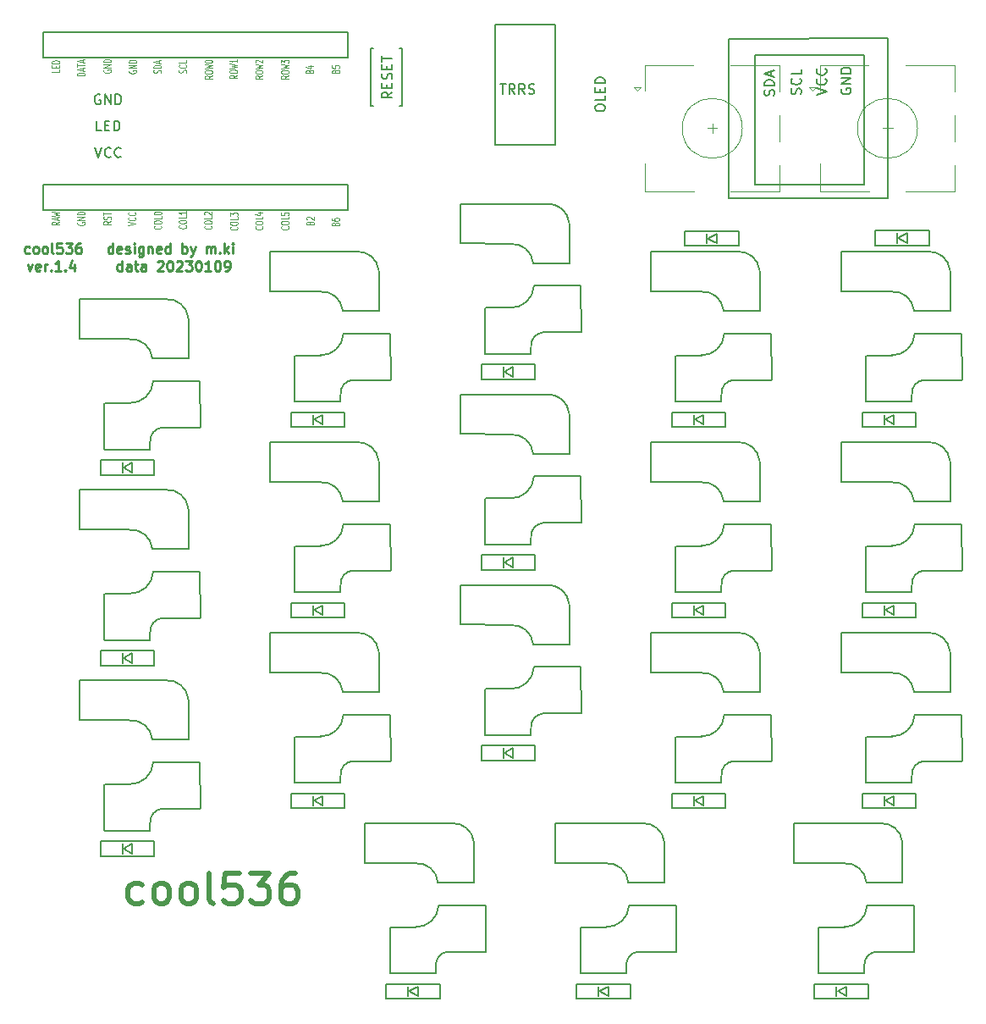
<source format=gbr>
G04 #@! TF.GenerationSoftware,KiCad,Pcbnew,(5.1.6-0-10_14)*
G04 #@! TF.CreationDate,2023-01-09T17:08:50+09:00*
G04 #@! TF.ProjectId,cool536v130,636f6f6c-3533-4367-9631-33302e6b6963,rev?*
G04 #@! TF.SameCoordinates,Original*
G04 #@! TF.FileFunction,Legend,Top*
G04 #@! TF.FilePolarity,Positive*
%FSLAX46Y46*%
G04 Gerber Fmt 4.6, Leading zero omitted, Abs format (unit mm)*
G04 Created by KiCad (PCBNEW (5.1.6-0-10_14)) date 2023-01-09 17:08:50*
%MOMM*%
%LPD*%
G01*
G04 APERTURE LIST*
%ADD10C,0.150000*%
%ADD11C,0.500000*%
%ADD12C,0.250000*%
%ADD13C,0.120000*%
%ADD14C,0.125000*%
G04 APERTURE END LIST*
D10*
X120980000Y-40431904D02*
X120932380Y-40527142D01*
X120932380Y-40670000D01*
X120980000Y-40812857D01*
X121075238Y-40908095D01*
X121170476Y-40955714D01*
X121360952Y-41003333D01*
X121503809Y-41003333D01*
X121694285Y-40955714D01*
X121789523Y-40908095D01*
X121884761Y-40812857D01*
X121932380Y-40670000D01*
X121932380Y-40574761D01*
X121884761Y-40431904D01*
X121837142Y-40384285D01*
X121503809Y-40384285D01*
X121503809Y-40574761D01*
X121932380Y-39955714D02*
X120932380Y-39955714D01*
X121932380Y-39384285D01*
X120932380Y-39384285D01*
X121932380Y-38908095D02*
X120932380Y-38908095D01*
X120932380Y-38670000D01*
X120980000Y-38527142D01*
X121075238Y-38431904D01*
X121170476Y-38384285D01*
X121360952Y-38336666D01*
X121503809Y-38336666D01*
X121694285Y-38384285D01*
X121789523Y-38431904D01*
X121884761Y-38527142D01*
X121932380Y-38670000D01*
X121932380Y-38908095D01*
X118492380Y-41033333D02*
X119492380Y-40700000D01*
X118492380Y-40366666D01*
X119397142Y-39461904D02*
X119444761Y-39509523D01*
X119492380Y-39652380D01*
X119492380Y-39747619D01*
X119444761Y-39890476D01*
X119349523Y-39985714D01*
X119254285Y-40033333D01*
X119063809Y-40080952D01*
X118920952Y-40080952D01*
X118730476Y-40033333D01*
X118635238Y-39985714D01*
X118540000Y-39890476D01*
X118492380Y-39747619D01*
X118492380Y-39652380D01*
X118540000Y-39509523D01*
X118587619Y-39461904D01*
X119397142Y-38461904D02*
X119444761Y-38509523D01*
X119492380Y-38652380D01*
X119492380Y-38747619D01*
X119444761Y-38890476D01*
X119349523Y-38985714D01*
X119254285Y-39033333D01*
X119063809Y-39080952D01*
X118920952Y-39080952D01*
X118730476Y-39033333D01*
X118635238Y-38985714D01*
X118540000Y-38890476D01*
X118492380Y-38747619D01*
X118492380Y-38652380D01*
X118540000Y-38509523D01*
X118587619Y-38461904D01*
X116904761Y-40990476D02*
X116952380Y-40847619D01*
X116952380Y-40609523D01*
X116904761Y-40514285D01*
X116857142Y-40466666D01*
X116761904Y-40419047D01*
X116666666Y-40419047D01*
X116571428Y-40466666D01*
X116523809Y-40514285D01*
X116476190Y-40609523D01*
X116428571Y-40800000D01*
X116380952Y-40895238D01*
X116333333Y-40942857D01*
X116238095Y-40990476D01*
X116142857Y-40990476D01*
X116047619Y-40942857D01*
X116000000Y-40895238D01*
X115952380Y-40800000D01*
X115952380Y-40561904D01*
X116000000Y-40419047D01*
X116857142Y-39419047D02*
X116904761Y-39466666D01*
X116952380Y-39609523D01*
X116952380Y-39704761D01*
X116904761Y-39847619D01*
X116809523Y-39942857D01*
X116714285Y-39990476D01*
X116523809Y-40038095D01*
X116380952Y-40038095D01*
X116190476Y-39990476D01*
X116095238Y-39942857D01*
X116000000Y-39847619D01*
X115952380Y-39704761D01*
X115952380Y-39609523D01*
X116000000Y-39466666D01*
X116047619Y-39419047D01*
X116952380Y-38514285D02*
X116952380Y-38990476D01*
X115952380Y-38990476D01*
X114214761Y-41144285D02*
X114262380Y-41001428D01*
X114262380Y-40763333D01*
X114214761Y-40668095D01*
X114167142Y-40620476D01*
X114071904Y-40572857D01*
X113976666Y-40572857D01*
X113881428Y-40620476D01*
X113833809Y-40668095D01*
X113786190Y-40763333D01*
X113738571Y-40953809D01*
X113690952Y-41049047D01*
X113643333Y-41096666D01*
X113548095Y-41144285D01*
X113452857Y-41144285D01*
X113357619Y-41096666D01*
X113310000Y-41049047D01*
X113262380Y-40953809D01*
X113262380Y-40715714D01*
X113310000Y-40572857D01*
X114262380Y-40144285D02*
X113262380Y-40144285D01*
X113262380Y-39906190D01*
X113310000Y-39763333D01*
X113405238Y-39668095D01*
X113500476Y-39620476D01*
X113690952Y-39572857D01*
X113833809Y-39572857D01*
X114024285Y-39620476D01*
X114119523Y-39668095D01*
X114214761Y-39763333D01*
X114262380Y-39906190D01*
X114262380Y-40144285D01*
X113976666Y-39191904D02*
X113976666Y-38715714D01*
X114262380Y-39287142D02*
X113262380Y-38953809D01*
X114262380Y-38620476D01*
D11*
X51038571Y-121754285D02*
X50752857Y-121897142D01*
X50181428Y-121897142D01*
X49895714Y-121754285D01*
X49752857Y-121611428D01*
X49610000Y-121325714D01*
X49610000Y-120468571D01*
X49752857Y-120182857D01*
X49895714Y-120040000D01*
X50181428Y-119897142D01*
X50752857Y-119897142D01*
X51038571Y-120040000D01*
X52752857Y-121897142D02*
X52467142Y-121754285D01*
X52324285Y-121611428D01*
X52181428Y-121325714D01*
X52181428Y-120468571D01*
X52324285Y-120182857D01*
X52467142Y-120040000D01*
X52752857Y-119897142D01*
X53181428Y-119897142D01*
X53467142Y-120040000D01*
X53610000Y-120182857D01*
X53752857Y-120468571D01*
X53752857Y-121325714D01*
X53610000Y-121611428D01*
X53467142Y-121754285D01*
X53181428Y-121897142D01*
X52752857Y-121897142D01*
X55467142Y-121897142D02*
X55181428Y-121754285D01*
X55038571Y-121611428D01*
X54895714Y-121325714D01*
X54895714Y-120468571D01*
X55038571Y-120182857D01*
X55181428Y-120040000D01*
X55467142Y-119897142D01*
X55895714Y-119897142D01*
X56181428Y-120040000D01*
X56324285Y-120182857D01*
X56467142Y-120468571D01*
X56467142Y-121325714D01*
X56324285Y-121611428D01*
X56181428Y-121754285D01*
X55895714Y-121897142D01*
X55467142Y-121897142D01*
X58181428Y-121897142D02*
X57895714Y-121754285D01*
X57752857Y-121468571D01*
X57752857Y-118897142D01*
X60752857Y-118897142D02*
X59324285Y-118897142D01*
X59181428Y-120325714D01*
X59324285Y-120182857D01*
X59610000Y-120040000D01*
X60324285Y-120040000D01*
X60610000Y-120182857D01*
X60752857Y-120325714D01*
X60895714Y-120611428D01*
X60895714Y-121325714D01*
X60752857Y-121611428D01*
X60610000Y-121754285D01*
X60324285Y-121897142D01*
X59610000Y-121897142D01*
X59324285Y-121754285D01*
X59181428Y-121611428D01*
X61895714Y-118897142D02*
X63752857Y-118897142D01*
X62752857Y-120040000D01*
X63181428Y-120040000D01*
X63467142Y-120182857D01*
X63610000Y-120325714D01*
X63752857Y-120611428D01*
X63752857Y-121325714D01*
X63610000Y-121611428D01*
X63467142Y-121754285D01*
X63181428Y-121897142D01*
X62324285Y-121897142D01*
X62038571Y-121754285D01*
X61895714Y-121611428D01*
X66324285Y-118897142D02*
X65752857Y-118897142D01*
X65467142Y-119040000D01*
X65324285Y-119182857D01*
X65038571Y-119611428D01*
X64895714Y-120182857D01*
X64895714Y-121325714D01*
X65038571Y-121611428D01*
X65181428Y-121754285D01*
X65467142Y-121897142D01*
X66038571Y-121897142D01*
X66324285Y-121754285D01*
X66467142Y-121611428D01*
X66610000Y-121325714D01*
X66610000Y-120611428D01*
X66467142Y-120325714D01*
X66324285Y-120182857D01*
X66038571Y-120040000D01*
X65467142Y-120040000D01*
X65181428Y-120182857D01*
X65038571Y-120325714D01*
X64895714Y-120611428D01*
D12*
X39757619Y-56859761D02*
X39662380Y-56907380D01*
X39471904Y-56907380D01*
X39376666Y-56859761D01*
X39329047Y-56812142D01*
X39281428Y-56716904D01*
X39281428Y-56431190D01*
X39329047Y-56335952D01*
X39376666Y-56288333D01*
X39471904Y-56240714D01*
X39662380Y-56240714D01*
X39757619Y-56288333D01*
X40329047Y-56907380D02*
X40233809Y-56859761D01*
X40186190Y-56812142D01*
X40138571Y-56716904D01*
X40138571Y-56431190D01*
X40186190Y-56335952D01*
X40233809Y-56288333D01*
X40329047Y-56240714D01*
X40471904Y-56240714D01*
X40567142Y-56288333D01*
X40614761Y-56335952D01*
X40662380Y-56431190D01*
X40662380Y-56716904D01*
X40614761Y-56812142D01*
X40567142Y-56859761D01*
X40471904Y-56907380D01*
X40329047Y-56907380D01*
X41233809Y-56907380D02*
X41138571Y-56859761D01*
X41090952Y-56812142D01*
X41043333Y-56716904D01*
X41043333Y-56431190D01*
X41090952Y-56335952D01*
X41138571Y-56288333D01*
X41233809Y-56240714D01*
X41376666Y-56240714D01*
X41471904Y-56288333D01*
X41519523Y-56335952D01*
X41567142Y-56431190D01*
X41567142Y-56716904D01*
X41519523Y-56812142D01*
X41471904Y-56859761D01*
X41376666Y-56907380D01*
X41233809Y-56907380D01*
X42138571Y-56907380D02*
X42043333Y-56859761D01*
X41995714Y-56764523D01*
X41995714Y-55907380D01*
X42995714Y-55907380D02*
X42519523Y-55907380D01*
X42471904Y-56383571D01*
X42519523Y-56335952D01*
X42614761Y-56288333D01*
X42852857Y-56288333D01*
X42948095Y-56335952D01*
X42995714Y-56383571D01*
X43043333Y-56478809D01*
X43043333Y-56716904D01*
X42995714Y-56812142D01*
X42948095Y-56859761D01*
X42852857Y-56907380D01*
X42614761Y-56907380D01*
X42519523Y-56859761D01*
X42471904Y-56812142D01*
X43376666Y-55907380D02*
X43995714Y-55907380D01*
X43662380Y-56288333D01*
X43805238Y-56288333D01*
X43900476Y-56335952D01*
X43948095Y-56383571D01*
X43995714Y-56478809D01*
X43995714Y-56716904D01*
X43948095Y-56812142D01*
X43900476Y-56859761D01*
X43805238Y-56907380D01*
X43519523Y-56907380D01*
X43424285Y-56859761D01*
X43376666Y-56812142D01*
X44852857Y-55907380D02*
X44662380Y-55907380D01*
X44567142Y-55955000D01*
X44519523Y-56002619D01*
X44424285Y-56145476D01*
X44376666Y-56335952D01*
X44376666Y-56716904D01*
X44424285Y-56812142D01*
X44471904Y-56859761D01*
X44567142Y-56907380D01*
X44757619Y-56907380D01*
X44852857Y-56859761D01*
X44900476Y-56812142D01*
X44948095Y-56716904D01*
X44948095Y-56478809D01*
X44900476Y-56383571D01*
X44852857Y-56335952D01*
X44757619Y-56288333D01*
X44567142Y-56288333D01*
X44471904Y-56335952D01*
X44424285Y-56383571D01*
X44376666Y-56478809D01*
X48090952Y-56907380D02*
X48090952Y-55907380D01*
X48090952Y-56859761D02*
X47995714Y-56907380D01*
X47805238Y-56907380D01*
X47710000Y-56859761D01*
X47662380Y-56812142D01*
X47614761Y-56716904D01*
X47614761Y-56431190D01*
X47662380Y-56335952D01*
X47710000Y-56288333D01*
X47805238Y-56240714D01*
X47995714Y-56240714D01*
X48090952Y-56288333D01*
X48948095Y-56859761D02*
X48852857Y-56907380D01*
X48662380Y-56907380D01*
X48567142Y-56859761D01*
X48519523Y-56764523D01*
X48519523Y-56383571D01*
X48567142Y-56288333D01*
X48662380Y-56240714D01*
X48852857Y-56240714D01*
X48948095Y-56288333D01*
X48995714Y-56383571D01*
X48995714Y-56478809D01*
X48519523Y-56574047D01*
X49376666Y-56859761D02*
X49471904Y-56907380D01*
X49662380Y-56907380D01*
X49757619Y-56859761D01*
X49805238Y-56764523D01*
X49805238Y-56716904D01*
X49757619Y-56621666D01*
X49662380Y-56574047D01*
X49519523Y-56574047D01*
X49424285Y-56526428D01*
X49376666Y-56431190D01*
X49376666Y-56383571D01*
X49424285Y-56288333D01*
X49519523Y-56240714D01*
X49662380Y-56240714D01*
X49757619Y-56288333D01*
X50233809Y-56907380D02*
X50233809Y-56240714D01*
X50233809Y-55907380D02*
X50186190Y-55955000D01*
X50233809Y-56002619D01*
X50281428Y-55955000D01*
X50233809Y-55907380D01*
X50233809Y-56002619D01*
X51138571Y-56240714D02*
X51138571Y-57050238D01*
X51090952Y-57145476D01*
X51043333Y-57193095D01*
X50948095Y-57240714D01*
X50805238Y-57240714D01*
X50710000Y-57193095D01*
X51138571Y-56859761D02*
X51043333Y-56907380D01*
X50852857Y-56907380D01*
X50757619Y-56859761D01*
X50710000Y-56812142D01*
X50662380Y-56716904D01*
X50662380Y-56431190D01*
X50710000Y-56335952D01*
X50757619Y-56288333D01*
X50852857Y-56240714D01*
X51043333Y-56240714D01*
X51138571Y-56288333D01*
X51614761Y-56240714D02*
X51614761Y-56907380D01*
X51614761Y-56335952D02*
X51662380Y-56288333D01*
X51757619Y-56240714D01*
X51900476Y-56240714D01*
X51995714Y-56288333D01*
X52043333Y-56383571D01*
X52043333Y-56907380D01*
X52900476Y-56859761D02*
X52805238Y-56907380D01*
X52614761Y-56907380D01*
X52519523Y-56859761D01*
X52471904Y-56764523D01*
X52471904Y-56383571D01*
X52519523Y-56288333D01*
X52614761Y-56240714D01*
X52805238Y-56240714D01*
X52900476Y-56288333D01*
X52948095Y-56383571D01*
X52948095Y-56478809D01*
X52471904Y-56574047D01*
X53805238Y-56907380D02*
X53805238Y-55907380D01*
X53805238Y-56859761D02*
X53710000Y-56907380D01*
X53519523Y-56907380D01*
X53424285Y-56859761D01*
X53376666Y-56812142D01*
X53329047Y-56716904D01*
X53329047Y-56431190D01*
X53376666Y-56335952D01*
X53424285Y-56288333D01*
X53519523Y-56240714D01*
X53710000Y-56240714D01*
X53805238Y-56288333D01*
X55043333Y-56907380D02*
X55043333Y-55907380D01*
X55043333Y-56288333D02*
X55138571Y-56240714D01*
X55329047Y-56240714D01*
X55424285Y-56288333D01*
X55471904Y-56335952D01*
X55519523Y-56431190D01*
X55519523Y-56716904D01*
X55471904Y-56812142D01*
X55424285Y-56859761D01*
X55329047Y-56907380D01*
X55138571Y-56907380D01*
X55043333Y-56859761D01*
X55852857Y-56240714D02*
X56090952Y-56907380D01*
X56329047Y-56240714D02*
X56090952Y-56907380D01*
X55995714Y-57145476D01*
X55948095Y-57193095D01*
X55852857Y-57240714D01*
X57471904Y-56907380D02*
X57471904Y-56240714D01*
X57471904Y-56335952D02*
X57519523Y-56288333D01*
X57614761Y-56240714D01*
X57757619Y-56240714D01*
X57852857Y-56288333D01*
X57900476Y-56383571D01*
X57900476Y-56907380D01*
X57900476Y-56383571D02*
X57948095Y-56288333D01*
X58043333Y-56240714D01*
X58186190Y-56240714D01*
X58281428Y-56288333D01*
X58329047Y-56383571D01*
X58329047Y-56907380D01*
X58805238Y-56812142D02*
X58852857Y-56859761D01*
X58805238Y-56907380D01*
X58757619Y-56859761D01*
X58805238Y-56812142D01*
X58805238Y-56907380D01*
X59281428Y-56907380D02*
X59281428Y-55907380D01*
X59376666Y-56526428D02*
X59662380Y-56907380D01*
X59662380Y-56240714D02*
X59281428Y-56621666D01*
X60090952Y-56907380D02*
X60090952Y-56240714D01*
X60090952Y-55907380D02*
X60043333Y-55955000D01*
X60090952Y-56002619D01*
X60138571Y-55955000D01*
X60090952Y-55907380D01*
X60090952Y-56002619D01*
X39567142Y-57990714D02*
X39805238Y-58657380D01*
X40043333Y-57990714D01*
X40805238Y-58609761D02*
X40710000Y-58657380D01*
X40519523Y-58657380D01*
X40424285Y-58609761D01*
X40376666Y-58514523D01*
X40376666Y-58133571D01*
X40424285Y-58038333D01*
X40519523Y-57990714D01*
X40710000Y-57990714D01*
X40805238Y-58038333D01*
X40852857Y-58133571D01*
X40852857Y-58228809D01*
X40376666Y-58324047D01*
X41281428Y-58657380D02*
X41281428Y-57990714D01*
X41281428Y-58181190D02*
X41329047Y-58085952D01*
X41376666Y-58038333D01*
X41471904Y-57990714D01*
X41567142Y-57990714D01*
X41900476Y-58562142D02*
X41948095Y-58609761D01*
X41900476Y-58657380D01*
X41852857Y-58609761D01*
X41900476Y-58562142D01*
X41900476Y-58657380D01*
X42900476Y-58657380D02*
X42329047Y-58657380D01*
X42614761Y-58657380D02*
X42614761Y-57657380D01*
X42519523Y-57800238D01*
X42424285Y-57895476D01*
X42329047Y-57943095D01*
X43329047Y-58562142D02*
X43376666Y-58609761D01*
X43329047Y-58657380D01*
X43281428Y-58609761D01*
X43329047Y-58562142D01*
X43329047Y-58657380D01*
X44233809Y-57990714D02*
X44233809Y-58657380D01*
X43995714Y-57609761D02*
X43757619Y-58324047D01*
X44376666Y-58324047D01*
X48995714Y-58657380D02*
X48995714Y-57657380D01*
X48995714Y-58609761D02*
X48900476Y-58657380D01*
X48710000Y-58657380D01*
X48614761Y-58609761D01*
X48567142Y-58562142D01*
X48519523Y-58466904D01*
X48519523Y-58181190D01*
X48567142Y-58085952D01*
X48614761Y-58038333D01*
X48710000Y-57990714D01*
X48900476Y-57990714D01*
X48995714Y-58038333D01*
X49900476Y-58657380D02*
X49900476Y-58133571D01*
X49852857Y-58038333D01*
X49757619Y-57990714D01*
X49567142Y-57990714D01*
X49471904Y-58038333D01*
X49900476Y-58609761D02*
X49805238Y-58657380D01*
X49567142Y-58657380D01*
X49471904Y-58609761D01*
X49424285Y-58514523D01*
X49424285Y-58419285D01*
X49471904Y-58324047D01*
X49567142Y-58276428D01*
X49805238Y-58276428D01*
X49900476Y-58228809D01*
X50233809Y-57990714D02*
X50614761Y-57990714D01*
X50376666Y-57657380D02*
X50376666Y-58514523D01*
X50424285Y-58609761D01*
X50519523Y-58657380D01*
X50614761Y-58657380D01*
X51376666Y-58657380D02*
X51376666Y-58133571D01*
X51329047Y-58038333D01*
X51233809Y-57990714D01*
X51043333Y-57990714D01*
X50948095Y-58038333D01*
X51376666Y-58609761D02*
X51281428Y-58657380D01*
X51043333Y-58657380D01*
X50948095Y-58609761D01*
X50900476Y-58514523D01*
X50900476Y-58419285D01*
X50948095Y-58324047D01*
X51043333Y-58276428D01*
X51281428Y-58276428D01*
X51376666Y-58228809D01*
X52567142Y-57752619D02*
X52614761Y-57705000D01*
X52710000Y-57657380D01*
X52948095Y-57657380D01*
X53043333Y-57705000D01*
X53090952Y-57752619D01*
X53138571Y-57847857D01*
X53138571Y-57943095D01*
X53090952Y-58085952D01*
X52519523Y-58657380D01*
X53138571Y-58657380D01*
X53757619Y-57657380D02*
X53852857Y-57657380D01*
X53948095Y-57705000D01*
X53995714Y-57752619D01*
X54043333Y-57847857D01*
X54090952Y-58038333D01*
X54090952Y-58276428D01*
X54043333Y-58466904D01*
X53995714Y-58562142D01*
X53948095Y-58609761D01*
X53852857Y-58657380D01*
X53757619Y-58657380D01*
X53662380Y-58609761D01*
X53614761Y-58562142D01*
X53567142Y-58466904D01*
X53519523Y-58276428D01*
X53519523Y-58038333D01*
X53567142Y-57847857D01*
X53614761Y-57752619D01*
X53662380Y-57705000D01*
X53757619Y-57657380D01*
X54471904Y-57752619D02*
X54519523Y-57705000D01*
X54614761Y-57657380D01*
X54852857Y-57657380D01*
X54948095Y-57705000D01*
X54995714Y-57752619D01*
X55043333Y-57847857D01*
X55043333Y-57943095D01*
X54995714Y-58085952D01*
X54424285Y-58657380D01*
X55043333Y-58657380D01*
X55376666Y-57657380D02*
X55995714Y-57657380D01*
X55662380Y-58038333D01*
X55805238Y-58038333D01*
X55900476Y-58085952D01*
X55948095Y-58133571D01*
X55995714Y-58228809D01*
X55995714Y-58466904D01*
X55948095Y-58562142D01*
X55900476Y-58609761D01*
X55805238Y-58657380D01*
X55519523Y-58657380D01*
X55424285Y-58609761D01*
X55376666Y-58562142D01*
X56614761Y-57657380D02*
X56710000Y-57657380D01*
X56805238Y-57705000D01*
X56852857Y-57752619D01*
X56900476Y-57847857D01*
X56948095Y-58038333D01*
X56948095Y-58276428D01*
X56900476Y-58466904D01*
X56852857Y-58562142D01*
X56805238Y-58609761D01*
X56710000Y-58657380D01*
X56614761Y-58657380D01*
X56519523Y-58609761D01*
X56471904Y-58562142D01*
X56424285Y-58466904D01*
X56376666Y-58276428D01*
X56376666Y-58038333D01*
X56424285Y-57847857D01*
X56471904Y-57752619D01*
X56519523Y-57705000D01*
X56614761Y-57657380D01*
X57900476Y-58657380D02*
X57329047Y-58657380D01*
X57614761Y-58657380D02*
X57614761Y-57657380D01*
X57519523Y-57800238D01*
X57424285Y-57895476D01*
X57329047Y-57943095D01*
X58519523Y-57657380D02*
X58614761Y-57657380D01*
X58710000Y-57705000D01*
X58757619Y-57752619D01*
X58805238Y-57847857D01*
X58852857Y-58038333D01*
X58852857Y-58276428D01*
X58805238Y-58466904D01*
X58757619Y-58562142D01*
X58710000Y-58609761D01*
X58614761Y-58657380D01*
X58519523Y-58657380D01*
X58424285Y-58609761D01*
X58376666Y-58562142D01*
X58329047Y-58466904D01*
X58281428Y-58276428D01*
X58281428Y-58038333D01*
X58329047Y-57847857D01*
X58376666Y-57752619D01*
X58424285Y-57705000D01*
X58519523Y-57657380D01*
X59329047Y-58657380D02*
X59519523Y-58657380D01*
X59614761Y-58609761D01*
X59662380Y-58562142D01*
X59757619Y-58419285D01*
X59805238Y-58228809D01*
X59805238Y-57847857D01*
X59757619Y-57752619D01*
X59710000Y-57705000D01*
X59614761Y-57657380D01*
X59424285Y-57657380D01*
X59329047Y-57705000D01*
X59281428Y-57752619D01*
X59233809Y-57847857D01*
X59233809Y-58085952D01*
X59281428Y-58181190D01*
X59329047Y-58228809D01*
X59424285Y-58276428D01*
X59614761Y-58276428D01*
X59710000Y-58228809D01*
X59757619Y-58181190D01*
X59805238Y-58085952D01*
D10*
X93750000Y-95974000D02*
X90140000Y-95974000D01*
X93750000Y-92020000D02*
X93750000Y-95965000D01*
X82850000Y-90066000D02*
X91475000Y-90066000D01*
X82850000Y-93974000D02*
X82850000Y-90066000D01*
X82850000Y-94020000D02*
X87900000Y-94066000D01*
X85375000Y-105095000D02*
X89925000Y-105095000D01*
X85375000Y-100445000D02*
X87925000Y-100445000D01*
X90225000Y-98245000D02*
X94925000Y-98245000D01*
X91150000Y-102895000D02*
X94925000Y-102895000D01*
X85350000Y-100470000D02*
X85350000Y-105070000D01*
X94925000Y-98270000D02*
X94950000Y-102870000D01*
X89930000Y-104370000D02*
X89930000Y-105070000D01*
X89930000Y-104320000D02*
G75*
G02*
X91150000Y-102900000I1320000J100000D01*
G01*
X90220000Y-98270000D02*
G75*
G02*
X87850000Y-100440000I-2270000J100000D01*
G01*
X90135000Y-95950000D02*
G75*
G03*
X87875000Y-94070000I-2070000J-190000D01*
G01*
X93739000Y-91950000D02*
G75*
G03*
X91475000Y-90066000I-2074000J-190000D01*
G01*
X51830000Y-94845000D02*
X51830000Y-95545000D01*
X56825000Y-88745000D02*
X56850000Y-93345000D01*
X47250000Y-90945000D02*
X47250000Y-95545000D01*
X53050000Y-93370000D02*
X56825000Y-93370000D01*
X52125000Y-88720000D02*
X56825000Y-88720000D01*
X47275000Y-90920000D02*
X49825000Y-90920000D01*
X47275000Y-95570000D02*
X51825000Y-95570000D01*
X44750000Y-84495000D02*
X49800000Y-84541000D01*
X44750000Y-84449000D02*
X44750000Y-80541000D01*
X44750000Y-80541000D02*
X53375000Y-80541000D01*
X55650000Y-82495000D02*
X55650000Y-86440000D01*
X55650000Y-86449000D02*
X52040000Y-86449000D01*
X55639000Y-82425000D02*
G75*
G03*
X53375000Y-80541000I-2074000J-190000D01*
G01*
X52035000Y-86425000D02*
G75*
G03*
X49775000Y-84545000I-2070000J-190000D01*
G01*
X52120000Y-88745000D02*
G75*
G02*
X49750000Y-90915000I-2270000J100000D01*
G01*
X51830000Y-94795000D02*
G75*
G02*
X53050000Y-93375000I1320000J100000D01*
G01*
X99455000Y-128182500D02*
X99455000Y-128882500D01*
X104450000Y-122082500D02*
X104475000Y-126682500D01*
X94875000Y-124282500D02*
X94875000Y-128882500D01*
X100675000Y-126707500D02*
X104450000Y-126707500D01*
X99750000Y-122057500D02*
X104450000Y-122057500D01*
X94900000Y-124257500D02*
X97450000Y-124257500D01*
X94900000Y-128907500D02*
X99450000Y-128907500D01*
X92375000Y-117832500D02*
X97425000Y-117878500D01*
X92375000Y-117786500D02*
X92375000Y-113878500D01*
X92375000Y-113878500D02*
X101000000Y-113878500D01*
X103275000Y-115832500D02*
X103275000Y-119777500D01*
X103275000Y-119786500D02*
X99665000Y-119786500D01*
X103264000Y-115762500D02*
G75*
G03*
X101000000Y-113878500I-2074000J-190000D01*
G01*
X99660000Y-119762500D02*
G75*
G03*
X97400000Y-117882500I-2070000J-190000D01*
G01*
X99745000Y-122082500D02*
G75*
G02*
X97375000Y-124252500I-2270000J100000D01*
G01*
X99455000Y-128132500D02*
G75*
G02*
X100675000Y-126712500I1320000J100000D01*
G01*
X73860000Y-36440000D02*
X73860000Y-42140000D01*
X73860000Y-42140000D02*
X74110000Y-42140000D01*
X73860000Y-36440000D02*
X74110000Y-36440000D01*
X77060000Y-36440000D02*
X76810000Y-36440000D01*
X77060000Y-36440000D02*
X77060000Y-42140000D01*
X77060000Y-42140000D02*
X76810000Y-42140000D01*
X74700000Y-81686500D02*
X71090000Y-81686500D01*
X74700000Y-77732500D02*
X74700000Y-81677500D01*
X63800000Y-75778500D02*
X72425000Y-75778500D01*
X63800000Y-79686500D02*
X63800000Y-75778500D01*
X63800000Y-79732500D02*
X68850000Y-79778500D01*
X66325000Y-90807500D02*
X70875000Y-90807500D01*
X66325000Y-86157500D02*
X68875000Y-86157500D01*
X71175000Y-83957500D02*
X75875000Y-83957500D01*
X72100000Y-88607500D02*
X75875000Y-88607500D01*
X66300000Y-86182500D02*
X66300000Y-90782500D01*
X75875000Y-83982500D02*
X75900000Y-88582500D01*
X70880000Y-90082500D02*
X70880000Y-90782500D01*
X70880000Y-90032500D02*
G75*
G02*
X72100000Y-88612500I1320000J100000D01*
G01*
X71170000Y-83982500D02*
G75*
G02*
X68800000Y-86152500I-2270000J100000D01*
G01*
X71085000Y-81662500D02*
G75*
G03*
X68825000Y-79782500I-2070000J-190000D01*
G01*
X74689000Y-77662500D02*
G75*
G03*
X72425000Y-75778500I-2074000J-190000D01*
G01*
X68200000Y-73532499D02*
X69100000Y-74032499D01*
X69100000Y-74032499D02*
X69100000Y-73032499D01*
X69100000Y-73032499D02*
X68200000Y-73532499D01*
X68100000Y-74032499D02*
X68100000Y-73032499D01*
X71300000Y-74282499D02*
X65900000Y-74282499D01*
X65900000Y-74282499D02*
X65900000Y-72782499D01*
X65900000Y-72782499D02*
X71300000Y-72782499D01*
X71300000Y-72782499D02*
X71300000Y-74282499D01*
X120588000Y-130682500D02*
X121488000Y-131182500D01*
X121488000Y-131182500D02*
X121488000Y-130182500D01*
X121488000Y-130182500D02*
X120588000Y-130682500D01*
X120488000Y-131182500D02*
X120488000Y-130182500D01*
X123688000Y-131432500D02*
X118288000Y-131432500D01*
X118288000Y-131432500D02*
X118288000Y-129932500D01*
X118288000Y-129932500D02*
X123688000Y-129932500D01*
X123688000Y-129932500D02*
X123688000Y-131432500D01*
X107620000Y-55420000D02*
X108520000Y-54920000D01*
X108520000Y-54920000D02*
X108520000Y-55920000D01*
X108520000Y-55920000D02*
X107620000Y-55420000D01*
X107520000Y-54920000D02*
X107520000Y-55920000D01*
X110720000Y-54670000D02*
X105320000Y-54670000D01*
X105320000Y-54670000D02*
X105320000Y-56170000D01*
X105320000Y-56170000D02*
X110720000Y-56170000D01*
X110720000Y-56170000D02*
X110720000Y-54670000D01*
X125350000Y-73532499D02*
X126250000Y-74032499D01*
X126250000Y-74032499D02*
X126250000Y-73032499D01*
X126250000Y-73032499D02*
X125350000Y-73532499D01*
X125250000Y-74032499D02*
X125250000Y-73032499D01*
X128450000Y-74282499D02*
X123050000Y-74282499D01*
X123050000Y-74282499D02*
X123050000Y-72782499D01*
X123050000Y-72782499D02*
X128450000Y-72782499D01*
X128450000Y-72782499D02*
X128450000Y-74282499D01*
X86350000Y-34070000D02*
X92350000Y-34070000D01*
X92350000Y-34070000D02*
X92350000Y-46070000D01*
X92350000Y-46070000D02*
X86350000Y-46070000D01*
X86350000Y-46070000D02*
X86350000Y-34070000D01*
X70880000Y-109132500D02*
X70880000Y-109832500D01*
X75875000Y-103032500D02*
X75900000Y-107632500D01*
X66300000Y-105232500D02*
X66300000Y-109832500D01*
X72100000Y-107657500D02*
X75875000Y-107657500D01*
X71175000Y-103007500D02*
X75875000Y-103007500D01*
X66325000Y-105207500D02*
X68875000Y-105207500D01*
X66325000Y-109857500D02*
X70875000Y-109857500D01*
X63800000Y-98782500D02*
X68850000Y-98828500D01*
X63800000Y-98736500D02*
X63800000Y-94828500D01*
X63800000Y-94828500D02*
X72425000Y-94828500D01*
X74700000Y-96782500D02*
X74700000Y-100727500D01*
X74700000Y-100736500D02*
X71090000Y-100736500D01*
X74689000Y-96712500D02*
G75*
G03*
X72425000Y-94828500I-2074000J-190000D01*
G01*
X71085000Y-100712500D02*
G75*
G03*
X68825000Y-98832500I-2070000J-190000D01*
G01*
X71170000Y-103032500D02*
G75*
G02*
X68800000Y-105202500I-2270000J100000D01*
G01*
X70880000Y-109082500D02*
G75*
G02*
X72100000Y-107662500I1320000J100000D01*
G01*
X112800000Y-100736500D02*
X109190000Y-100736500D01*
X112800000Y-96782500D02*
X112800000Y-100727500D01*
X101900000Y-94828500D02*
X110525000Y-94828500D01*
X101900000Y-98736500D02*
X101900000Y-94828500D01*
X101900000Y-98782500D02*
X106950000Y-98828500D01*
X104425000Y-109857500D02*
X108975000Y-109857500D01*
X104425000Y-105207500D02*
X106975000Y-105207500D01*
X109275000Y-103007500D02*
X113975000Y-103007500D01*
X110200000Y-107657500D02*
X113975000Y-107657500D01*
X104400000Y-105232500D02*
X104400000Y-109832500D01*
X113975000Y-103032500D02*
X114000000Y-107632500D01*
X108980000Y-109132500D02*
X108980000Y-109832500D01*
X108980000Y-109082500D02*
G75*
G02*
X110200000Y-107662500I1320000J100000D01*
G01*
X109270000Y-103032500D02*
G75*
G02*
X106900000Y-105202500I-2270000J100000D01*
G01*
X109185000Y-100712500D02*
G75*
G03*
X106925000Y-98832500I-2070000J-190000D01*
G01*
X112789000Y-96712500D02*
G75*
G03*
X110525000Y-94828500I-2074000J-190000D01*
G01*
X71632000Y-37323600D02*
X41152000Y-37323600D01*
X71632000Y-34783600D02*
X71632000Y-37323600D01*
X41152000Y-34783600D02*
X71632000Y-34783600D01*
X41152000Y-37323600D02*
X41152000Y-34783600D01*
X71632000Y-52543600D02*
X41152000Y-52543600D01*
X71632000Y-50003600D02*
X71632000Y-52543600D01*
X41152000Y-50003600D02*
X71632000Y-50003600D01*
X41152000Y-52543600D02*
X41152000Y-50003600D01*
X49150000Y-78295000D02*
X50050000Y-78795000D01*
X50050000Y-78795000D02*
X50050000Y-77795000D01*
X50050000Y-77795000D02*
X49150000Y-78295000D01*
X49050000Y-78795000D02*
X49050000Y-77795000D01*
X52250000Y-79045000D02*
X46850000Y-79045000D01*
X46850000Y-79045000D02*
X46850000Y-77545000D01*
X46850000Y-77545000D02*
X52250000Y-77545000D01*
X52250000Y-77545000D02*
X52250000Y-79045000D01*
X127088000Y-119786500D02*
X123478000Y-119786500D01*
X127088000Y-115832500D02*
X127088000Y-119777500D01*
X116188000Y-113878500D02*
X124813000Y-113878500D01*
X116188000Y-117786500D02*
X116188000Y-113878500D01*
X116188000Y-117832500D02*
X121238000Y-117878500D01*
X118713000Y-128907500D02*
X123263000Y-128907500D01*
X118713000Y-124257500D02*
X121263000Y-124257500D01*
X123563000Y-122057500D02*
X128263000Y-122057500D01*
X124488000Y-126707500D02*
X128263000Y-126707500D01*
X118688000Y-124282500D02*
X118688000Y-128882500D01*
X128263000Y-122082500D02*
X128288000Y-126682500D01*
X123268000Y-128182500D02*
X123268000Y-128882500D01*
X123268000Y-128132500D02*
G75*
G02*
X124488000Y-126712500I1320000J100000D01*
G01*
X123558000Y-122082500D02*
G75*
G02*
X121188000Y-124252500I-2270000J100000D01*
G01*
X123473000Y-119762500D02*
G75*
G03*
X121213000Y-117882500I-2070000J-190000D01*
G01*
X127077000Y-115762500D02*
G75*
G03*
X124813000Y-113878500I-2074000J-190000D01*
G01*
X131850000Y-62636499D02*
X128240000Y-62636499D01*
X131850000Y-58682499D02*
X131850000Y-62627499D01*
X120950000Y-56728499D02*
X129575000Y-56728499D01*
X120950000Y-60636499D02*
X120950000Y-56728499D01*
X120950000Y-60682499D02*
X126000000Y-60728499D01*
X123475000Y-71757499D02*
X128025000Y-71757499D01*
X123475000Y-67107499D02*
X126025000Y-67107499D01*
X128325000Y-64907499D02*
X133025000Y-64907499D01*
X129250000Y-69557499D02*
X133025000Y-69557499D01*
X123450000Y-67132499D02*
X123450000Y-71732499D01*
X133025000Y-64932499D02*
X133050000Y-69532499D01*
X128030000Y-71032499D02*
X128030000Y-71732499D01*
X128030000Y-70982499D02*
G75*
G02*
X129250000Y-69562499I1320000J100000D01*
G01*
X128320000Y-64932499D02*
G75*
G02*
X125950000Y-67102499I-2270000J100000D01*
G01*
X128235000Y-62612499D02*
G75*
G03*
X125975000Y-60732499I-2070000J-190000D01*
G01*
X131839000Y-58612499D02*
G75*
G03*
X129575000Y-56728499I-2074000J-190000D01*
G01*
D13*
X107560000Y-44410000D02*
X108560000Y-44410000D01*
X108060000Y-43910000D02*
X108060000Y-44910000D01*
X114760000Y-48110000D02*
X114760000Y-50710000D01*
X114760000Y-43110000D02*
X114760000Y-45710000D01*
X114760000Y-38110000D02*
X114760000Y-40710000D01*
X100860000Y-40310000D02*
X100560000Y-40610000D01*
X100260000Y-40310000D02*
X100860000Y-40310000D01*
X100560000Y-40610000D02*
X100260000Y-40310000D01*
X101360000Y-38110000D02*
X101360000Y-40610000D01*
X106160000Y-38110000D02*
X101360000Y-38110000D01*
X101360000Y-50710000D02*
X101360000Y-47910000D01*
X106260000Y-50710000D02*
X101360000Y-50710000D01*
X114760000Y-50710000D02*
X109860000Y-50710000D01*
X109860000Y-38110000D02*
X114760000Y-38110000D01*
X111060000Y-44410000D02*
G75*
G03*
X111060000Y-44410000I-3000000J0D01*
G01*
D10*
X108980000Y-71032499D02*
X108980000Y-71732499D01*
X113975000Y-64932499D02*
X114000000Y-69532499D01*
X104400000Y-67132499D02*
X104400000Y-71732499D01*
X110200000Y-69557499D02*
X113975000Y-69557499D01*
X109275000Y-64907499D02*
X113975000Y-64907499D01*
X104425000Y-67107499D02*
X106975000Y-67107499D01*
X104425000Y-71757499D02*
X108975000Y-71757499D01*
X101900000Y-60682499D02*
X106950000Y-60728499D01*
X101900000Y-60636499D02*
X101900000Y-56728499D01*
X101900000Y-56728499D02*
X110525000Y-56728499D01*
X112800000Y-58682499D02*
X112800000Y-62627499D01*
X112800000Y-62636499D02*
X109190000Y-62636499D01*
X112789000Y-58612499D02*
G75*
G03*
X110525000Y-56728499I-2074000J-190000D01*
G01*
X109185000Y-62612499D02*
G75*
G03*
X106925000Y-60732499I-2070000J-190000D01*
G01*
X109270000Y-64932499D02*
G75*
G02*
X106900000Y-67102499I-2270000J100000D01*
G01*
X108980000Y-70982499D02*
G75*
G02*
X110200000Y-69562499I1320000J100000D01*
G01*
X51830000Y-75795000D02*
X51830000Y-76495000D01*
X56825000Y-69695000D02*
X56850000Y-74295000D01*
X47250000Y-71895000D02*
X47250000Y-76495000D01*
X53050000Y-74320000D02*
X56825000Y-74320000D01*
X52125000Y-69670000D02*
X56825000Y-69670000D01*
X47275000Y-71870000D02*
X49825000Y-71870000D01*
X47275000Y-76520000D02*
X51825000Y-76520000D01*
X44750000Y-65445000D02*
X49800000Y-65491000D01*
X44750000Y-65399000D02*
X44750000Y-61491000D01*
X44750000Y-61491000D02*
X53375000Y-61491000D01*
X55650000Y-63445000D02*
X55650000Y-67390000D01*
X55650000Y-67399000D02*
X52040000Y-67399000D01*
X55639000Y-63375000D02*
G75*
G03*
X53375000Y-61491000I-2074000J-190000D01*
G01*
X52035000Y-67375000D02*
G75*
G03*
X49775000Y-65495000I-2070000J-190000D01*
G01*
X52120000Y-69695000D02*
G75*
G02*
X49750000Y-71865000I-2270000J100000D01*
G01*
X51830000Y-75745000D02*
G75*
G02*
X53050000Y-74325000I1320000J100000D01*
G01*
X96775000Y-130682500D02*
X97675000Y-131182500D01*
X97675000Y-131182500D02*
X97675000Y-130182500D01*
X97675000Y-130182500D02*
X96775000Y-130682500D01*
X96675000Y-131182500D02*
X96675000Y-130182500D01*
X99875000Y-131432500D02*
X94475000Y-131432500D01*
X94475000Y-131432500D02*
X94475000Y-129932500D01*
X94475000Y-129932500D02*
X99875000Y-129932500D01*
X99875000Y-129932500D02*
X99875000Y-131432500D01*
X112800000Y-81686500D02*
X109190000Y-81686500D01*
X112800000Y-77732500D02*
X112800000Y-81677500D01*
X101900000Y-75778500D02*
X110525000Y-75778500D01*
X101900000Y-79686500D02*
X101900000Y-75778500D01*
X101900000Y-79732500D02*
X106950000Y-79778500D01*
X104425000Y-90807500D02*
X108975000Y-90807500D01*
X104425000Y-86157500D02*
X106975000Y-86157500D01*
X109275000Y-83957500D02*
X113975000Y-83957500D01*
X110200000Y-88607500D02*
X113975000Y-88607500D01*
X104400000Y-86182500D02*
X104400000Y-90782500D01*
X113975000Y-83982500D02*
X114000000Y-88582500D01*
X108980000Y-90082500D02*
X108980000Y-90782500D01*
X108980000Y-90032500D02*
G75*
G02*
X110200000Y-88612500I1320000J100000D01*
G01*
X109270000Y-83982500D02*
G75*
G02*
X106900000Y-86152500I-2270000J100000D01*
G01*
X109185000Y-81662500D02*
G75*
G03*
X106925000Y-79782500I-2070000J-190000D01*
G01*
X112789000Y-77662500D02*
G75*
G03*
X110525000Y-75778500I-2074000J-190000D01*
G01*
X87250000Y-87820000D02*
X88150000Y-88320000D01*
X88150000Y-88320000D02*
X88150000Y-87320000D01*
X88150000Y-87320000D02*
X87250000Y-87820000D01*
X87150000Y-88320000D02*
X87150000Y-87320000D01*
X90350000Y-88570000D02*
X84950000Y-88570000D01*
X84950000Y-88570000D02*
X84950000Y-87070000D01*
X84950000Y-87070000D02*
X90350000Y-87070000D01*
X90350000Y-87070000D02*
X90350000Y-88570000D01*
X77725000Y-130682500D02*
X78625000Y-131182500D01*
X78625000Y-131182500D02*
X78625000Y-130182500D01*
X78625000Y-130182500D02*
X77725000Y-130682500D01*
X77625000Y-131182500D02*
X77625000Y-130182500D01*
X80825000Y-131432500D02*
X75425000Y-131432500D01*
X75425000Y-131432500D02*
X75425000Y-129932500D01*
X75425000Y-129932500D02*
X80825000Y-129932500D01*
X80825000Y-129932500D02*
X80825000Y-131432500D01*
X70880000Y-71032499D02*
X70880000Y-71732499D01*
X75875000Y-64932499D02*
X75900000Y-69532499D01*
X66300000Y-67132499D02*
X66300000Y-71732499D01*
X72100000Y-69557499D02*
X75875000Y-69557499D01*
X71175000Y-64907499D02*
X75875000Y-64907499D01*
X66325000Y-67107499D02*
X68875000Y-67107499D01*
X66325000Y-71757499D02*
X70875000Y-71757499D01*
X63800000Y-60682499D02*
X68850000Y-60728499D01*
X63800000Y-60636499D02*
X63800000Y-56728499D01*
X63800000Y-56728499D02*
X72425000Y-56728499D01*
X74700000Y-58682499D02*
X74700000Y-62627499D01*
X74700000Y-62636499D02*
X71090000Y-62636499D01*
X74689000Y-58612499D02*
G75*
G03*
X72425000Y-56728499I-2074000J-190000D01*
G01*
X71085000Y-62612499D02*
G75*
G03*
X68825000Y-60732499I-2070000J-190000D01*
G01*
X71170000Y-64932499D02*
G75*
G02*
X68800000Y-67102499I-2270000J100000D01*
G01*
X70880000Y-70982499D02*
G75*
G02*
X72100000Y-69562499I1320000J100000D01*
G01*
X55650000Y-105499000D02*
X52040000Y-105499000D01*
X55650000Y-101545000D02*
X55650000Y-105490000D01*
X44750000Y-99591000D02*
X53375000Y-99591000D01*
X44750000Y-103499000D02*
X44750000Y-99591000D01*
X44750000Y-103545000D02*
X49800000Y-103591000D01*
X47275000Y-114620000D02*
X51825000Y-114620000D01*
X47275000Y-109970000D02*
X49825000Y-109970000D01*
X52125000Y-107770000D02*
X56825000Y-107770000D01*
X53050000Y-112420000D02*
X56825000Y-112420000D01*
X47250000Y-109995000D02*
X47250000Y-114595000D01*
X56825000Y-107795000D02*
X56850000Y-112395000D01*
X51830000Y-113895000D02*
X51830000Y-114595000D01*
X51830000Y-113845000D02*
G75*
G02*
X53050000Y-112425000I1320000J100000D01*
G01*
X52120000Y-107795000D02*
G75*
G02*
X49750000Y-109965000I-2270000J100000D01*
G01*
X52035000Y-105475000D02*
G75*
G03*
X49775000Y-103595000I-2070000J-190000D01*
G01*
X55639000Y-101475000D02*
G75*
G03*
X53375000Y-99591000I-2074000J-190000D01*
G01*
X125350000Y-111632500D02*
X126250000Y-112132500D01*
X126250000Y-112132500D02*
X126250000Y-111132500D01*
X126250000Y-111132500D02*
X125350000Y-111632500D01*
X125250000Y-112132500D02*
X125250000Y-111132500D01*
X128450000Y-112382500D02*
X123050000Y-112382500D01*
X123050000Y-112382500D02*
X123050000Y-110882500D01*
X123050000Y-110882500D02*
X128450000Y-110882500D01*
X128450000Y-110882500D02*
X128450000Y-112382500D01*
X93750000Y-76924000D02*
X90140000Y-76924000D01*
X93750000Y-72970000D02*
X93750000Y-76915000D01*
X82850000Y-71016000D02*
X91475000Y-71016000D01*
X82850000Y-74924000D02*
X82850000Y-71016000D01*
X82850000Y-74970000D02*
X87900000Y-75016000D01*
X85375000Y-86045000D02*
X89925000Y-86045000D01*
X85375000Y-81395000D02*
X87925000Y-81395000D01*
X90225000Y-79195000D02*
X94925000Y-79195000D01*
X91150000Y-83845000D02*
X94925000Y-83845000D01*
X85350000Y-81420000D02*
X85350000Y-86020000D01*
X94925000Y-79220000D02*
X94950000Y-83820000D01*
X89930000Y-85320000D02*
X89930000Y-86020000D01*
X89930000Y-85270000D02*
G75*
G02*
X91150000Y-83850000I1320000J100000D01*
G01*
X90220000Y-79220000D02*
G75*
G02*
X87850000Y-81390000I-2270000J100000D01*
G01*
X90135000Y-76900000D02*
G75*
G03*
X87875000Y-75020000I-2070000J-190000D01*
G01*
X93739000Y-72900000D02*
G75*
G03*
X91475000Y-71016000I-2074000J-190000D01*
G01*
X106300000Y-111632500D02*
X107200000Y-112132500D01*
X107200000Y-112132500D02*
X107200000Y-111132500D01*
X107200000Y-111132500D02*
X106300000Y-111632500D01*
X106200000Y-112132500D02*
X106200000Y-111132500D01*
X109400000Y-112382500D02*
X104000000Y-112382500D01*
X104000000Y-112382500D02*
X104000000Y-110882500D01*
X104000000Y-110882500D02*
X109400000Y-110882500D01*
X109400000Y-110882500D02*
X109400000Y-112382500D01*
D13*
X125090000Y-44410000D02*
X126090000Y-44410000D01*
X125590000Y-43910000D02*
X125590000Y-44910000D01*
X132290000Y-48110000D02*
X132290000Y-50710000D01*
X132290000Y-43110000D02*
X132290000Y-45710000D01*
X132290000Y-38110000D02*
X132290000Y-40710000D01*
X118390000Y-40310000D02*
X118090000Y-40610000D01*
X117790000Y-40310000D02*
X118390000Y-40310000D01*
X118090000Y-40610000D02*
X117790000Y-40310000D01*
X118890000Y-38110000D02*
X118890000Y-40610000D01*
X123690000Y-38110000D02*
X118890000Y-38110000D01*
X118890000Y-50710000D02*
X118890000Y-47910000D01*
X123790000Y-50710000D02*
X118890000Y-50710000D01*
X132290000Y-50710000D02*
X127390000Y-50710000D01*
X127390000Y-38110000D02*
X132290000Y-38110000D01*
X128590000Y-44410000D02*
G75*
G03*
X128590000Y-44410000I-3000000J0D01*
G01*
D10*
X131850000Y-81686500D02*
X128240000Y-81686500D01*
X131850000Y-77732500D02*
X131850000Y-81677500D01*
X120950000Y-75778500D02*
X129575000Y-75778500D01*
X120950000Y-79686500D02*
X120950000Y-75778500D01*
X120950000Y-79732500D02*
X126000000Y-79778500D01*
X123475000Y-90807500D02*
X128025000Y-90807500D01*
X123475000Y-86157500D02*
X126025000Y-86157500D01*
X128325000Y-83957500D02*
X133025000Y-83957500D01*
X129250000Y-88607500D02*
X133025000Y-88607500D01*
X123450000Y-86182500D02*
X123450000Y-90782500D01*
X133025000Y-83982500D02*
X133050000Y-88582500D01*
X128030000Y-90082500D02*
X128030000Y-90782500D01*
X128030000Y-90032500D02*
G75*
G02*
X129250000Y-88612500I1320000J100000D01*
G01*
X128320000Y-83982500D02*
G75*
G02*
X125950000Y-86152500I-2270000J100000D01*
G01*
X128235000Y-81662500D02*
G75*
G03*
X125975000Y-79782500I-2070000J-190000D01*
G01*
X131839000Y-77662500D02*
G75*
G03*
X129575000Y-75778500I-2074000J-190000D01*
G01*
X68200000Y-92582500D02*
X69100000Y-93082500D01*
X69100000Y-93082500D02*
X69100000Y-92082500D01*
X69100000Y-92082500D02*
X68200000Y-92582500D01*
X68100000Y-93082500D02*
X68100000Y-92082500D01*
X71300000Y-93332500D02*
X65900000Y-93332500D01*
X65900000Y-93332500D02*
X65900000Y-91832500D01*
X65900000Y-91832500D02*
X71300000Y-91832500D01*
X71300000Y-91832500D02*
X71300000Y-93332500D01*
X80405000Y-128182500D02*
X80405000Y-128882500D01*
X85400000Y-122082500D02*
X85425000Y-126682500D01*
X75825000Y-124282500D02*
X75825000Y-128882500D01*
X81625000Y-126707500D02*
X85400000Y-126707500D01*
X80700000Y-122057500D02*
X85400000Y-122057500D01*
X75850000Y-124257500D02*
X78400000Y-124257500D01*
X75850000Y-128907500D02*
X80400000Y-128907500D01*
X73325000Y-117832500D02*
X78375000Y-117878500D01*
X73325000Y-117786500D02*
X73325000Y-113878500D01*
X73325000Y-113878500D02*
X81950000Y-113878500D01*
X84225000Y-115832500D02*
X84225000Y-119777500D01*
X84225000Y-119786500D02*
X80615000Y-119786500D01*
X84214000Y-115762500D02*
G75*
G03*
X81950000Y-113878500I-2074000J-190000D01*
G01*
X80610000Y-119762500D02*
G75*
G03*
X78350000Y-117882500I-2070000J-190000D01*
G01*
X80695000Y-122082500D02*
G75*
G02*
X78325000Y-124252500I-2270000J100000D01*
G01*
X80405000Y-128132500D02*
G75*
G02*
X81625000Y-126712500I1320000J100000D01*
G01*
X131850000Y-100736500D02*
X128240000Y-100736500D01*
X131850000Y-96782500D02*
X131850000Y-100727500D01*
X120950000Y-94828500D02*
X129575000Y-94828500D01*
X120950000Y-98736500D02*
X120950000Y-94828500D01*
X120950000Y-98782500D02*
X126000000Y-98828500D01*
X123475000Y-109857500D02*
X128025000Y-109857500D01*
X123475000Y-105207500D02*
X126025000Y-105207500D01*
X128325000Y-103007500D02*
X133025000Y-103007500D01*
X129250000Y-107657500D02*
X133025000Y-107657500D01*
X123450000Y-105232500D02*
X123450000Y-109832500D01*
X133025000Y-103032500D02*
X133050000Y-107632500D01*
X128030000Y-109132500D02*
X128030000Y-109832500D01*
X128030000Y-109082500D02*
G75*
G02*
X129250000Y-107662500I1320000J100000D01*
G01*
X128320000Y-103032500D02*
G75*
G02*
X125950000Y-105202500I-2270000J100000D01*
G01*
X128235000Y-100712500D02*
G75*
G03*
X125975000Y-98832500I-2070000J-190000D01*
G01*
X131839000Y-96712500D02*
G75*
G03*
X129575000Y-94828500I-2074000J-190000D01*
G01*
X49150000Y-116395000D02*
X50050000Y-116895000D01*
X50050000Y-116895000D02*
X50050000Y-115895000D01*
X50050000Y-115895000D02*
X49150000Y-116395000D01*
X49050000Y-116895000D02*
X49050000Y-115895000D01*
X52250000Y-117145000D02*
X46850000Y-117145000D01*
X46850000Y-117145000D02*
X46850000Y-115645000D01*
X46850000Y-115645000D02*
X52250000Y-115645000D01*
X52250000Y-115645000D02*
X52250000Y-117145000D01*
X87250000Y-68770000D02*
X88150000Y-69270000D01*
X88150000Y-69270000D02*
X88150000Y-68270000D01*
X88150000Y-68270000D02*
X87250000Y-68770000D01*
X87150000Y-69270000D02*
X87150000Y-68270000D01*
X90350000Y-69520000D02*
X84950000Y-69520000D01*
X84950000Y-69520000D02*
X84950000Y-68020000D01*
X84950000Y-68020000D02*
X90350000Y-68020000D01*
X90350000Y-68020000D02*
X90350000Y-69520000D01*
X106300000Y-73532499D02*
X107200000Y-74032499D01*
X107200000Y-74032499D02*
X107200000Y-73032499D01*
X107200000Y-73032499D02*
X106300000Y-73532499D01*
X106200000Y-74032499D02*
X106200000Y-73032499D01*
X109400000Y-74282499D02*
X104000000Y-74282499D01*
X104000000Y-74282499D02*
X104000000Y-72782499D01*
X104000000Y-72782499D02*
X109400000Y-72782499D01*
X109400000Y-72782499D02*
X109400000Y-74282499D01*
X49150000Y-97345000D02*
X50050000Y-97845000D01*
X50050000Y-97845000D02*
X50050000Y-96845000D01*
X50050000Y-96845000D02*
X49150000Y-97345000D01*
X49050000Y-97845000D02*
X49050000Y-96845000D01*
X52250000Y-98095000D02*
X46850000Y-98095000D01*
X46850000Y-98095000D02*
X46850000Y-96595000D01*
X46850000Y-96595000D02*
X52250000Y-96595000D01*
X52250000Y-96595000D02*
X52250000Y-98095000D01*
X68200000Y-111632500D02*
X69100000Y-112132500D01*
X69100000Y-112132500D02*
X69100000Y-111132500D01*
X69100000Y-111132500D02*
X68200000Y-111632500D01*
X68100000Y-112132500D02*
X68100000Y-111132500D01*
X71300000Y-112382500D02*
X65900000Y-112382500D01*
X65900000Y-112382500D02*
X65900000Y-110882500D01*
X65900000Y-110882500D02*
X71300000Y-110882500D01*
X71300000Y-110882500D02*
X71300000Y-112382500D01*
X87250000Y-106870000D02*
X88150000Y-107370000D01*
X88150000Y-107370000D02*
X88150000Y-106370000D01*
X88150000Y-106370000D02*
X87250000Y-106870000D01*
X87150000Y-107370000D02*
X87150000Y-106370000D01*
X90350000Y-107620000D02*
X84950000Y-107620000D01*
X84950000Y-107620000D02*
X84950000Y-106120000D01*
X84950000Y-106120000D02*
X90350000Y-106120000D01*
X90350000Y-106120000D02*
X90350000Y-107620000D01*
X89930000Y-66270000D02*
X89930000Y-66970000D01*
X94925000Y-60170000D02*
X94950000Y-64770000D01*
X85350000Y-62370000D02*
X85350000Y-66970000D01*
X91150000Y-64795000D02*
X94925000Y-64795000D01*
X90225000Y-60145000D02*
X94925000Y-60145000D01*
X85375000Y-62345000D02*
X87925000Y-62345000D01*
X85375000Y-66995000D02*
X89925000Y-66995000D01*
X82850000Y-55920000D02*
X87900000Y-55966000D01*
X82850000Y-55874000D02*
X82850000Y-51966000D01*
X82850000Y-51966000D02*
X91475000Y-51966000D01*
X93750000Y-53920000D02*
X93750000Y-57865000D01*
X93750000Y-57874000D02*
X90140000Y-57874000D01*
X93739000Y-53850000D02*
G75*
G03*
X91475000Y-51966000I-2074000J-190000D01*
G01*
X90135000Y-57850000D02*
G75*
G03*
X87875000Y-55970000I-2070000J-190000D01*
G01*
X90220000Y-60170000D02*
G75*
G02*
X87850000Y-62340000I-2270000J100000D01*
G01*
X89930000Y-66220000D02*
G75*
G02*
X91150000Y-64800000I1320000J100000D01*
G01*
X106300000Y-92582500D02*
X107200000Y-93082500D01*
X107200000Y-93082500D02*
X107200000Y-92082500D01*
X107200000Y-92082500D02*
X106300000Y-92582500D01*
X106200000Y-93082500D02*
X106200000Y-92082500D01*
X109400000Y-93332500D02*
X104000000Y-93332500D01*
X104000000Y-93332500D02*
X104000000Y-91832500D01*
X104000000Y-91832500D02*
X109400000Y-91832500D01*
X109400000Y-91832500D02*
X109400000Y-93332500D01*
X125350000Y-92582500D02*
X126250000Y-93082500D01*
X126250000Y-93082500D02*
X126250000Y-92082500D01*
X126250000Y-92082500D02*
X125350000Y-92582500D01*
X125250000Y-93082500D02*
X125250000Y-92082500D01*
X128450000Y-93332500D02*
X123050000Y-93332500D01*
X123050000Y-93332500D02*
X123050000Y-91832500D01*
X123050000Y-91832500D02*
X128450000Y-91832500D01*
X128450000Y-91832500D02*
X128450000Y-93332500D01*
X126660000Y-55400000D02*
X127560000Y-54900000D01*
X127560000Y-54900000D02*
X127560000Y-55900000D01*
X127560000Y-55900000D02*
X126660000Y-55400000D01*
X126560000Y-54900000D02*
X126560000Y-55900000D01*
X129760000Y-54650000D02*
X124360000Y-54650000D01*
X124360000Y-54650000D02*
X124360000Y-56150000D01*
X124360000Y-56150000D02*
X129760000Y-56150000D01*
X129760000Y-56150000D02*
X129760000Y-54650000D01*
X125660000Y-51390000D02*
X125660000Y-35436000D01*
X109690000Y-51394000D02*
X125660000Y-51390000D01*
X112292000Y-37086000D02*
X112292000Y-50040000D01*
X112292000Y-50040000D02*
X123214000Y-50040000D01*
X112292000Y-37086000D02*
X123214000Y-37086000D01*
X123214000Y-37086000D02*
X123214000Y-50040000D01*
X109690000Y-51394000D02*
X109690000Y-35440000D01*
X109690000Y-35440000D02*
X125660000Y-35436000D01*
X76032380Y-40782380D02*
X75556190Y-41115714D01*
X76032380Y-41353809D02*
X75032380Y-41353809D01*
X75032380Y-40972857D01*
X75080000Y-40877619D01*
X75127619Y-40830000D01*
X75222857Y-40782380D01*
X75365714Y-40782380D01*
X75460952Y-40830000D01*
X75508571Y-40877619D01*
X75556190Y-40972857D01*
X75556190Y-41353809D01*
X75508571Y-40353809D02*
X75508571Y-40020476D01*
X76032380Y-39877619D02*
X76032380Y-40353809D01*
X75032380Y-40353809D01*
X75032380Y-39877619D01*
X75984761Y-39496666D02*
X76032380Y-39353809D01*
X76032380Y-39115714D01*
X75984761Y-39020476D01*
X75937142Y-38972857D01*
X75841904Y-38925238D01*
X75746666Y-38925238D01*
X75651428Y-38972857D01*
X75603809Y-39020476D01*
X75556190Y-39115714D01*
X75508571Y-39306190D01*
X75460952Y-39401428D01*
X75413333Y-39449047D01*
X75318095Y-39496666D01*
X75222857Y-39496666D01*
X75127619Y-39449047D01*
X75080000Y-39401428D01*
X75032380Y-39306190D01*
X75032380Y-39068095D01*
X75080000Y-38925238D01*
X75508571Y-38496666D02*
X75508571Y-38163333D01*
X76032380Y-38020476D02*
X76032380Y-38496666D01*
X75032380Y-38496666D01*
X75032380Y-38020476D01*
X75032380Y-37734761D02*
X75032380Y-37163333D01*
X76032380Y-37449047D02*
X75032380Y-37449047D01*
X86838095Y-39972380D02*
X87409523Y-39972380D01*
X87123809Y-40972380D02*
X87123809Y-39972380D01*
X88314285Y-40972380D02*
X87980952Y-40496190D01*
X87742857Y-40972380D02*
X87742857Y-39972380D01*
X88123809Y-39972380D01*
X88219047Y-40020000D01*
X88266666Y-40067619D01*
X88314285Y-40162857D01*
X88314285Y-40305714D01*
X88266666Y-40400952D01*
X88219047Y-40448571D01*
X88123809Y-40496190D01*
X87742857Y-40496190D01*
X89314285Y-40972380D02*
X88980952Y-40496190D01*
X88742857Y-40972380D02*
X88742857Y-39972380D01*
X89123809Y-39972380D01*
X89219047Y-40020000D01*
X89266666Y-40067619D01*
X89314285Y-40162857D01*
X89314285Y-40305714D01*
X89266666Y-40400952D01*
X89219047Y-40448571D01*
X89123809Y-40496190D01*
X88742857Y-40496190D01*
X89695238Y-40924761D02*
X89838095Y-40972380D01*
X90076190Y-40972380D01*
X90171428Y-40924761D01*
X90219047Y-40877142D01*
X90266666Y-40781904D01*
X90266666Y-40686666D01*
X90219047Y-40591428D01*
X90171428Y-40543809D01*
X90076190Y-40496190D01*
X89885714Y-40448571D01*
X89790476Y-40400952D01*
X89742857Y-40353333D01*
X89695238Y-40258095D01*
X89695238Y-40162857D01*
X89742857Y-40067619D01*
X89790476Y-40020000D01*
X89885714Y-39972380D01*
X90123809Y-39972380D01*
X90266666Y-40020000D01*
X96332380Y-42462380D02*
X96332380Y-42271904D01*
X96380000Y-42176666D01*
X96475238Y-42081428D01*
X96665714Y-42033809D01*
X96999047Y-42033809D01*
X97189523Y-42081428D01*
X97284761Y-42176666D01*
X97332380Y-42271904D01*
X97332380Y-42462380D01*
X97284761Y-42557619D01*
X97189523Y-42652857D01*
X96999047Y-42700476D01*
X96665714Y-42700476D01*
X96475238Y-42652857D01*
X96380000Y-42557619D01*
X96332380Y-42462380D01*
X97332380Y-41129047D02*
X97332380Y-41605238D01*
X96332380Y-41605238D01*
X96808571Y-40795714D02*
X96808571Y-40462380D01*
X97332380Y-40319523D02*
X97332380Y-40795714D01*
X96332380Y-40795714D01*
X96332380Y-40319523D01*
X97332380Y-39890952D02*
X96332380Y-39890952D01*
X96332380Y-39652857D01*
X96380000Y-39510000D01*
X96475238Y-39414761D01*
X96570476Y-39367142D01*
X96760952Y-39319523D01*
X96903809Y-39319523D01*
X97094285Y-39367142D01*
X97189523Y-39414761D01*
X97284761Y-39510000D01*
X97332380Y-39652857D01*
X97332380Y-39890952D01*
D14*
X42761285Y-53770738D02*
X42404142Y-53937404D01*
X42761285Y-54056452D02*
X42011285Y-54056452D01*
X42011285Y-53865976D01*
X42047000Y-53818357D01*
X42082714Y-53794547D01*
X42154142Y-53770738D01*
X42261285Y-53770738D01*
X42332714Y-53794547D01*
X42368428Y-53818357D01*
X42404142Y-53865976D01*
X42404142Y-54056452D01*
X42547000Y-53580261D02*
X42547000Y-53342166D01*
X42761285Y-53627880D02*
X42011285Y-53461214D01*
X42761285Y-53294547D01*
X42011285Y-53175500D02*
X42761285Y-53056452D01*
X42225571Y-52961214D01*
X42761285Y-52865976D01*
X42011285Y-52746928D01*
X42761285Y-38531428D02*
X42761285Y-38769523D01*
X42011285Y-38769523D01*
X42368428Y-38364761D02*
X42368428Y-38198095D01*
X42761285Y-38126666D02*
X42761285Y-38364761D01*
X42011285Y-38364761D01*
X42011285Y-38126666D01*
X42761285Y-37912380D02*
X42011285Y-37912380D01*
X42011285Y-37793333D01*
X42047000Y-37721904D01*
X42118428Y-37674285D01*
X42189857Y-37650476D01*
X42332714Y-37626666D01*
X42439857Y-37626666D01*
X42582714Y-37650476D01*
X42654142Y-37674285D01*
X42725571Y-37721904D01*
X42761285Y-37793333D01*
X42761285Y-37912380D01*
X44587000Y-53806452D02*
X44551285Y-53854071D01*
X44551285Y-53925500D01*
X44587000Y-53996928D01*
X44658428Y-54044547D01*
X44729857Y-54068357D01*
X44872714Y-54092166D01*
X44979857Y-54092166D01*
X45122714Y-54068357D01*
X45194142Y-54044547D01*
X45265571Y-53996928D01*
X45301285Y-53925500D01*
X45301285Y-53877880D01*
X45265571Y-53806452D01*
X45229857Y-53782642D01*
X44979857Y-53782642D01*
X44979857Y-53877880D01*
X45301285Y-53568357D02*
X44551285Y-53568357D01*
X45301285Y-53282642D01*
X44551285Y-53282642D01*
X45301285Y-53044547D02*
X44551285Y-53044547D01*
X44551285Y-52925500D01*
X44587000Y-52854071D01*
X44658428Y-52806452D01*
X44729857Y-52782642D01*
X44872714Y-52758833D01*
X44979857Y-52758833D01*
X45122714Y-52782642D01*
X45194142Y-52806452D01*
X45265571Y-52854071D01*
X45301285Y-52925500D01*
X45301285Y-53044547D01*
X45289285Y-39110000D02*
X44539285Y-39110000D01*
X44539285Y-38990952D01*
X44575000Y-38919523D01*
X44646428Y-38871904D01*
X44717857Y-38848095D01*
X44860714Y-38824285D01*
X44967857Y-38824285D01*
X45110714Y-38848095D01*
X45182142Y-38871904D01*
X45253571Y-38919523D01*
X45289285Y-38990952D01*
X45289285Y-39110000D01*
X45075000Y-38633809D02*
X45075000Y-38395714D01*
X45289285Y-38681428D02*
X44539285Y-38514761D01*
X45289285Y-38348095D01*
X44539285Y-38252857D02*
X44539285Y-37967142D01*
X45289285Y-38110000D02*
X44539285Y-38110000D01*
X45075000Y-37824285D02*
X45075000Y-37586190D01*
X45289285Y-37871904D02*
X44539285Y-37705238D01*
X45289285Y-37538571D01*
X47904785Y-53699309D02*
X47547642Y-53865976D01*
X47904785Y-53985023D02*
X47154785Y-53985023D01*
X47154785Y-53794547D01*
X47190500Y-53746928D01*
X47226214Y-53723119D01*
X47297642Y-53699309D01*
X47404785Y-53699309D01*
X47476214Y-53723119D01*
X47511928Y-53746928D01*
X47547642Y-53794547D01*
X47547642Y-53985023D01*
X47869071Y-53508833D02*
X47904785Y-53437404D01*
X47904785Y-53318357D01*
X47869071Y-53270738D01*
X47833357Y-53246928D01*
X47761928Y-53223119D01*
X47690500Y-53223119D01*
X47619071Y-53246928D01*
X47583357Y-53270738D01*
X47547642Y-53318357D01*
X47511928Y-53413595D01*
X47476214Y-53461214D01*
X47440500Y-53485023D01*
X47369071Y-53508833D01*
X47297642Y-53508833D01*
X47226214Y-53485023D01*
X47190500Y-53461214D01*
X47154785Y-53413595D01*
X47154785Y-53294547D01*
X47190500Y-53223119D01*
X47154785Y-53080261D02*
X47154785Y-52794547D01*
X47904785Y-52937404D02*
X47154785Y-52937404D01*
X47190500Y-38566452D02*
X47154785Y-38614071D01*
X47154785Y-38685500D01*
X47190500Y-38756928D01*
X47261928Y-38804547D01*
X47333357Y-38828357D01*
X47476214Y-38852166D01*
X47583357Y-38852166D01*
X47726214Y-38828357D01*
X47797642Y-38804547D01*
X47869071Y-38756928D01*
X47904785Y-38685500D01*
X47904785Y-38637880D01*
X47869071Y-38566452D01*
X47833357Y-38542642D01*
X47583357Y-38542642D01*
X47583357Y-38637880D01*
X47904785Y-38328357D02*
X47154785Y-38328357D01*
X47904785Y-38042642D01*
X47154785Y-38042642D01*
X47904785Y-37804547D02*
X47154785Y-37804547D01*
X47154785Y-37685500D01*
X47190500Y-37614071D01*
X47261928Y-37566452D01*
X47333357Y-37542642D01*
X47476214Y-37518833D01*
X47583357Y-37518833D01*
X47726214Y-37542642D01*
X47797642Y-37566452D01*
X47869071Y-37614071D01*
X47904785Y-37685500D01*
X47904785Y-37804547D01*
X49631285Y-54092166D02*
X50381285Y-53925500D01*
X49631285Y-53758833D01*
X50309857Y-53306452D02*
X50345571Y-53330261D01*
X50381285Y-53401690D01*
X50381285Y-53449309D01*
X50345571Y-53520738D01*
X50274142Y-53568357D01*
X50202714Y-53592166D01*
X50059857Y-53615976D01*
X49952714Y-53615976D01*
X49809857Y-53592166D01*
X49738428Y-53568357D01*
X49667000Y-53520738D01*
X49631285Y-53449309D01*
X49631285Y-53401690D01*
X49667000Y-53330261D01*
X49702714Y-53306452D01*
X50309857Y-52806452D02*
X50345571Y-52830261D01*
X50381285Y-52901690D01*
X50381285Y-52949309D01*
X50345571Y-53020738D01*
X50274142Y-53068357D01*
X50202714Y-53092166D01*
X50059857Y-53115976D01*
X49952714Y-53115976D01*
X49809857Y-53092166D01*
X49738428Y-53068357D01*
X49667000Y-53020738D01*
X49631285Y-52949309D01*
X49631285Y-52901690D01*
X49667000Y-52830261D01*
X49702714Y-52806452D01*
X49730500Y-38629952D02*
X49694785Y-38677571D01*
X49694785Y-38749000D01*
X49730500Y-38820428D01*
X49801928Y-38868047D01*
X49873357Y-38891857D01*
X50016214Y-38915666D01*
X50123357Y-38915666D01*
X50266214Y-38891857D01*
X50337642Y-38868047D01*
X50409071Y-38820428D01*
X50444785Y-38749000D01*
X50444785Y-38701380D01*
X50409071Y-38629952D01*
X50373357Y-38606142D01*
X50123357Y-38606142D01*
X50123357Y-38701380D01*
X50444785Y-38391857D02*
X49694785Y-38391857D01*
X50444785Y-38106142D01*
X49694785Y-38106142D01*
X50444785Y-37868047D02*
X49694785Y-37868047D01*
X49694785Y-37749000D01*
X49730500Y-37677571D01*
X49801928Y-37629952D01*
X49873357Y-37606142D01*
X50016214Y-37582333D01*
X50123357Y-37582333D01*
X50266214Y-37606142D01*
X50337642Y-37629952D01*
X50409071Y-37677571D01*
X50444785Y-37749000D01*
X50444785Y-37868047D01*
X60517857Y-54257619D02*
X60553571Y-54281428D01*
X60589285Y-54352857D01*
X60589285Y-54400476D01*
X60553571Y-54471904D01*
X60482142Y-54519523D01*
X60410714Y-54543333D01*
X60267857Y-54567142D01*
X60160714Y-54567142D01*
X60017857Y-54543333D01*
X59946428Y-54519523D01*
X59875000Y-54471904D01*
X59839285Y-54400476D01*
X59839285Y-54352857D01*
X59875000Y-54281428D01*
X59910714Y-54257619D01*
X59839285Y-53948095D02*
X59839285Y-53852857D01*
X59875000Y-53805238D01*
X59946428Y-53757619D01*
X60089285Y-53733809D01*
X60339285Y-53733809D01*
X60482142Y-53757619D01*
X60553571Y-53805238D01*
X60589285Y-53852857D01*
X60589285Y-53948095D01*
X60553571Y-53995714D01*
X60482142Y-54043333D01*
X60339285Y-54067142D01*
X60089285Y-54067142D01*
X59946428Y-54043333D01*
X59875000Y-53995714D01*
X59839285Y-53948095D01*
X60589285Y-53281428D02*
X60589285Y-53519523D01*
X59839285Y-53519523D01*
X59839285Y-53162380D02*
X59839285Y-52852857D01*
X60125000Y-53019523D01*
X60125000Y-52948095D01*
X60160714Y-52900476D01*
X60196428Y-52876666D01*
X60267857Y-52852857D01*
X60446428Y-52852857D01*
X60517857Y-52876666D01*
X60553571Y-52900476D01*
X60589285Y-52948095D01*
X60589285Y-53090952D01*
X60553571Y-53138571D01*
X60517857Y-53162380D01*
X58039285Y-39140952D02*
X57682142Y-39307619D01*
X58039285Y-39426666D02*
X57289285Y-39426666D01*
X57289285Y-39236190D01*
X57325000Y-39188571D01*
X57360714Y-39164761D01*
X57432142Y-39140952D01*
X57539285Y-39140952D01*
X57610714Y-39164761D01*
X57646428Y-39188571D01*
X57682142Y-39236190D01*
X57682142Y-39426666D01*
X57289285Y-38831428D02*
X57289285Y-38736190D01*
X57325000Y-38688571D01*
X57396428Y-38640952D01*
X57539285Y-38617142D01*
X57789285Y-38617142D01*
X57932142Y-38640952D01*
X58003571Y-38688571D01*
X58039285Y-38736190D01*
X58039285Y-38831428D01*
X58003571Y-38879047D01*
X57932142Y-38926666D01*
X57789285Y-38950476D01*
X57539285Y-38950476D01*
X57396428Y-38926666D01*
X57325000Y-38879047D01*
X57289285Y-38831428D01*
X57289285Y-38450476D02*
X58039285Y-38331428D01*
X57503571Y-38236190D01*
X58039285Y-38140952D01*
X57289285Y-38021904D01*
X57289285Y-37736190D02*
X57289285Y-37688571D01*
X57325000Y-37640952D01*
X57360714Y-37617142D01*
X57432142Y-37593333D01*
X57575000Y-37569523D01*
X57753571Y-37569523D01*
X57896428Y-37593333D01*
X57967857Y-37617142D01*
X58003571Y-37640952D01*
X58039285Y-37688571D01*
X58039285Y-37736190D01*
X58003571Y-37783809D01*
X57967857Y-37807619D01*
X57896428Y-37831428D01*
X57753571Y-37855238D01*
X57575000Y-37855238D01*
X57432142Y-37831428D01*
X57360714Y-37807619D01*
X57325000Y-37783809D01*
X57289285Y-37736190D01*
X57929857Y-54157619D02*
X57965571Y-54181428D01*
X58001285Y-54252857D01*
X58001285Y-54300476D01*
X57965571Y-54371904D01*
X57894142Y-54419523D01*
X57822714Y-54443333D01*
X57679857Y-54467142D01*
X57572714Y-54467142D01*
X57429857Y-54443333D01*
X57358428Y-54419523D01*
X57287000Y-54371904D01*
X57251285Y-54300476D01*
X57251285Y-54252857D01*
X57287000Y-54181428D01*
X57322714Y-54157619D01*
X57251285Y-53848095D02*
X57251285Y-53752857D01*
X57287000Y-53705238D01*
X57358428Y-53657619D01*
X57501285Y-53633809D01*
X57751285Y-53633809D01*
X57894142Y-53657619D01*
X57965571Y-53705238D01*
X58001285Y-53752857D01*
X58001285Y-53848095D01*
X57965571Y-53895714D01*
X57894142Y-53943333D01*
X57751285Y-53967142D01*
X57501285Y-53967142D01*
X57358428Y-53943333D01*
X57287000Y-53895714D01*
X57251285Y-53848095D01*
X58001285Y-53181428D02*
X58001285Y-53419523D01*
X57251285Y-53419523D01*
X57322714Y-53038571D02*
X57287000Y-53014761D01*
X57251285Y-52967142D01*
X57251285Y-52848095D01*
X57287000Y-52800476D01*
X57322714Y-52776666D01*
X57394142Y-52752857D01*
X57465571Y-52752857D01*
X57572714Y-52776666D01*
X58001285Y-53062380D01*
X58001285Y-52752857D01*
X55425571Y-38844238D02*
X55461285Y-38772809D01*
X55461285Y-38653761D01*
X55425571Y-38606142D01*
X55389857Y-38582333D01*
X55318428Y-38558523D01*
X55247000Y-38558523D01*
X55175571Y-38582333D01*
X55139857Y-38606142D01*
X55104142Y-38653761D01*
X55068428Y-38749000D01*
X55032714Y-38796619D01*
X54997000Y-38820428D01*
X54925571Y-38844238D01*
X54854142Y-38844238D01*
X54782714Y-38820428D01*
X54747000Y-38796619D01*
X54711285Y-38749000D01*
X54711285Y-38629952D01*
X54747000Y-38558523D01*
X55389857Y-38058523D02*
X55425571Y-38082333D01*
X55461285Y-38153761D01*
X55461285Y-38201380D01*
X55425571Y-38272809D01*
X55354142Y-38320428D01*
X55282714Y-38344238D01*
X55139857Y-38368047D01*
X55032714Y-38368047D01*
X54889857Y-38344238D01*
X54818428Y-38320428D01*
X54747000Y-38272809D01*
X54711285Y-38201380D01*
X54711285Y-38153761D01*
X54747000Y-38082333D01*
X54782714Y-38058523D01*
X55461285Y-37606142D02*
X55461285Y-37844238D01*
X54711285Y-37844238D01*
X55389857Y-54107619D02*
X55425571Y-54131428D01*
X55461285Y-54202857D01*
X55461285Y-54250476D01*
X55425571Y-54321904D01*
X55354142Y-54369523D01*
X55282714Y-54393333D01*
X55139857Y-54417142D01*
X55032714Y-54417142D01*
X54889857Y-54393333D01*
X54818428Y-54369523D01*
X54747000Y-54321904D01*
X54711285Y-54250476D01*
X54711285Y-54202857D01*
X54747000Y-54131428D01*
X54782714Y-54107619D01*
X54711285Y-53798095D02*
X54711285Y-53702857D01*
X54747000Y-53655238D01*
X54818428Y-53607619D01*
X54961285Y-53583809D01*
X55211285Y-53583809D01*
X55354142Y-53607619D01*
X55425571Y-53655238D01*
X55461285Y-53702857D01*
X55461285Y-53798095D01*
X55425571Y-53845714D01*
X55354142Y-53893333D01*
X55211285Y-53917142D01*
X54961285Y-53917142D01*
X54818428Y-53893333D01*
X54747000Y-53845714D01*
X54711285Y-53798095D01*
X55461285Y-53131428D02*
X55461285Y-53369523D01*
X54711285Y-53369523D01*
X55461285Y-52702857D02*
X55461285Y-52988571D01*
X55461285Y-52845714D02*
X54711285Y-52845714D01*
X54818428Y-52893333D01*
X54889857Y-52940952D01*
X54925571Y-52988571D01*
X52885571Y-38856142D02*
X52921285Y-38784714D01*
X52921285Y-38665666D01*
X52885571Y-38618047D01*
X52849857Y-38594238D01*
X52778428Y-38570428D01*
X52707000Y-38570428D01*
X52635571Y-38594238D01*
X52599857Y-38618047D01*
X52564142Y-38665666D01*
X52528428Y-38760904D01*
X52492714Y-38808523D01*
X52457000Y-38832333D01*
X52385571Y-38856142D01*
X52314142Y-38856142D01*
X52242714Y-38832333D01*
X52207000Y-38808523D01*
X52171285Y-38760904D01*
X52171285Y-38641857D01*
X52207000Y-38570428D01*
X52921285Y-38356142D02*
X52171285Y-38356142D01*
X52171285Y-38237095D01*
X52207000Y-38165666D01*
X52278428Y-38118047D01*
X52349857Y-38094238D01*
X52492714Y-38070428D01*
X52599857Y-38070428D01*
X52742714Y-38094238D01*
X52814142Y-38118047D01*
X52885571Y-38165666D01*
X52921285Y-38237095D01*
X52921285Y-38356142D01*
X52707000Y-37879952D02*
X52707000Y-37641857D01*
X52921285Y-37927571D02*
X52171285Y-37760904D01*
X52921285Y-37594238D01*
X52867857Y-54157619D02*
X52903571Y-54181428D01*
X52939285Y-54252857D01*
X52939285Y-54300476D01*
X52903571Y-54371904D01*
X52832142Y-54419523D01*
X52760714Y-54443333D01*
X52617857Y-54467142D01*
X52510714Y-54467142D01*
X52367857Y-54443333D01*
X52296428Y-54419523D01*
X52225000Y-54371904D01*
X52189285Y-54300476D01*
X52189285Y-54252857D01*
X52225000Y-54181428D01*
X52260714Y-54157619D01*
X52189285Y-53848095D02*
X52189285Y-53752857D01*
X52225000Y-53705238D01*
X52296428Y-53657619D01*
X52439285Y-53633809D01*
X52689285Y-53633809D01*
X52832142Y-53657619D01*
X52903571Y-53705238D01*
X52939285Y-53752857D01*
X52939285Y-53848095D01*
X52903571Y-53895714D01*
X52832142Y-53943333D01*
X52689285Y-53967142D01*
X52439285Y-53967142D01*
X52296428Y-53943333D01*
X52225000Y-53895714D01*
X52189285Y-53848095D01*
X52939285Y-53181428D02*
X52939285Y-53419523D01*
X52189285Y-53419523D01*
X52189285Y-52919523D02*
X52189285Y-52871904D01*
X52225000Y-52824285D01*
X52260714Y-52800476D01*
X52332142Y-52776666D01*
X52475000Y-52752857D01*
X52653571Y-52752857D01*
X52796428Y-52776666D01*
X52867857Y-52800476D01*
X52903571Y-52824285D01*
X52939285Y-52871904D01*
X52939285Y-52919523D01*
X52903571Y-52967142D01*
X52867857Y-52990952D01*
X52796428Y-53014761D01*
X52653571Y-53038571D01*
X52475000Y-53038571D01*
X52332142Y-53014761D01*
X52260714Y-52990952D01*
X52225000Y-52967142D01*
X52189285Y-52919523D01*
X70346428Y-53962380D02*
X70382142Y-53890952D01*
X70417857Y-53867142D01*
X70489285Y-53843333D01*
X70596428Y-53843333D01*
X70667857Y-53867142D01*
X70703571Y-53890952D01*
X70739285Y-53938571D01*
X70739285Y-54129047D01*
X69989285Y-54129047D01*
X69989285Y-53962380D01*
X70025000Y-53914761D01*
X70060714Y-53890952D01*
X70132142Y-53867142D01*
X70203571Y-53867142D01*
X70275000Y-53890952D01*
X70310714Y-53914761D01*
X70346428Y-53962380D01*
X70346428Y-54129047D01*
X69989285Y-53414761D02*
X69989285Y-53510000D01*
X70025000Y-53557619D01*
X70060714Y-53581428D01*
X70167857Y-53629047D01*
X70310714Y-53652857D01*
X70596428Y-53652857D01*
X70667857Y-53629047D01*
X70703571Y-53605238D01*
X70739285Y-53557619D01*
X70739285Y-53462380D01*
X70703571Y-53414761D01*
X70667857Y-53390952D01*
X70596428Y-53367142D01*
X70417857Y-53367142D01*
X70346428Y-53390952D01*
X70310714Y-53414761D01*
X70275000Y-53462380D01*
X70275000Y-53557619D01*
X70310714Y-53605238D01*
X70346428Y-53629047D01*
X70417857Y-53652857D01*
X70371928Y-38712380D02*
X70407642Y-38640952D01*
X70443357Y-38617142D01*
X70514785Y-38593333D01*
X70621928Y-38593333D01*
X70693357Y-38617142D01*
X70729071Y-38640952D01*
X70764785Y-38688571D01*
X70764785Y-38879047D01*
X70014785Y-38879047D01*
X70014785Y-38712380D01*
X70050500Y-38664761D01*
X70086214Y-38640952D01*
X70157642Y-38617142D01*
X70229071Y-38617142D01*
X70300500Y-38640952D01*
X70336214Y-38664761D01*
X70371928Y-38712380D01*
X70371928Y-38879047D01*
X70014785Y-38140952D02*
X70014785Y-38379047D01*
X70371928Y-38402857D01*
X70336214Y-38379047D01*
X70300500Y-38331428D01*
X70300500Y-38212380D01*
X70336214Y-38164761D01*
X70371928Y-38140952D01*
X70443357Y-38117142D01*
X70621928Y-38117142D01*
X70693357Y-38140952D01*
X70729071Y-38164761D01*
X70764785Y-38212380D01*
X70764785Y-38331428D01*
X70729071Y-38379047D01*
X70693357Y-38402857D01*
X67768428Y-38712380D02*
X67804142Y-38640952D01*
X67839857Y-38617142D01*
X67911285Y-38593333D01*
X68018428Y-38593333D01*
X68089857Y-38617142D01*
X68125571Y-38640952D01*
X68161285Y-38688571D01*
X68161285Y-38879047D01*
X67411285Y-38879047D01*
X67411285Y-38712380D01*
X67447000Y-38664761D01*
X67482714Y-38640952D01*
X67554142Y-38617142D01*
X67625571Y-38617142D01*
X67697000Y-38640952D01*
X67732714Y-38664761D01*
X67768428Y-38712380D01*
X67768428Y-38879047D01*
X67661285Y-38164761D02*
X68161285Y-38164761D01*
X67375571Y-38283809D02*
X67911285Y-38402857D01*
X67911285Y-38093333D01*
X67796428Y-53862380D02*
X67832142Y-53790952D01*
X67867857Y-53767142D01*
X67939285Y-53743333D01*
X68046428Y-53743333D01*
X68117857Y-53767142D01*
X68153571Y-53790952D01*
X68189285Y-53838571D01*
X68189285Y-54029047D01*
X67439285Y-54029047D01*
X67439285Y-53862380D01*
X67475000Y-53814761D01*
X67510714Y-53790952D01*
X67582142Y-53767142D01*
X67653571Y-53767142D01*
X67725000Y-53790952D01*
X67760714Y-53814761D01*
X67796428Y-53862380D01*
X67796428Y-54029047D01*
X67510714Y-53552857D02*
X67475000Y-53529047D01*
X67439285Y-53481428D01*
X67439285Y-53362380D01*
X67475000Y-53314761D01*
X67510714Y-53290952D01*
X67582142Y-53267142D01*
X67653571Y-53267142D01*
X67760714Y-53290952D01*
X68189285Y-53576666D01*
X68189285Y-53267142D01*
X65684785Y-39140952D02*
X65327642Y-39307619D01*
X65684785Y-39426666D02*
X64934785Y-39426666D01*
X64934785Y-39236190D01*
X64970500Y-39188571D01*
X65006214Y-39164761D01*
X65077642Y-39140952D01*
X65184785Y-39140952D01*
X65256214Y-39164761D01*
X65291928Y-39188571D01*
X65327642Y-39236190D01*
X65327642Y-39426666D01*
X64934785Y-38831428D02*
X64934785Y-38736190D01*
X64970500Y-38688571D01*
X65041928Y-38640952D01*
X65184785Y-38617142D01*
X65434785Y-38617142D01*
X65577642Y-38640952D01*
X65649071Y-38688571D01*
X65684785Y-38736190D01*
X65684785Y-38831428D01*
X65649071Y-38879047D01*
X65577642Y-38926666D01*
X65434785Y-38950476D01*
X65184785Y-38950476D01*
X65041928Y-38926666D01*
X64970500Y-38879047D01*
X64934785Y-38831428D01*
X64934785Y-38450476D02*
X65684785Y-38331428D01*
X65149071Y-38236190D01*
X65684785Y-38140952D01*
X64934785Y-38021904D01*
X64934785Y-37879047D02*
X64934785Y-37569523D01*
X65220500Y-37736190D01*
X65220500Y-37664761D01*
X65256214Y-37617142D01*
X65291928Y-37593333D01*
X65363357Y-37569523D01*
X65541928Y-37569523D01*
X65613357Y-37593333D01*
X65649071Y-37617142D01*
X65684785Y-37664761D01*
X65684785Y-37807619D01*
X65649071Y-37855238D01*
X65613357Y-37879047D01*
X65613357Y-54207619D02*
X65649071Y-54231428D01*
X65684785Y-54302857D01*
X65684785Y-54350476D01*
X65649071Y-54421904D01*
X65577642Y-54469523D01*
X65506214Y-54493333D01*
X65363357Y-54517142D01*
X65256214Y-54517142D01*
X65113357Y-54493333D01*
X65041928Y-54469523D01*
X64970500Y-54421904D01*
X64934785Y-54350476D01*
X64934785Y-54302857D01*
X64970500Y-54231428D01*
X65006214Y-54207619D01*
X64934785Y-53898095D02*
X64934785Y-53802857D01*
X64970500Y-53755238D01*
X65041928Y-53707619D01*
X65184785Y-53683809D01*
X65434785Y-53683809D01*
X65577642Y-53707619D01*
X65649071Y-53755238D01*
X65684785Y-53802857D01*
X65684785Y-53898095D01*
X65649071Y-53945714D01*
X65577642Y-53993333D01*
X65434785Y-54017142D01*
X65184785Y-54017142D01*
X65041928Y-53993333D01*
X64970500Y-53945714D01*
X64934785Y-53898095D01*
X65684785Y-53231428D02*
X65684785Y-53469523D01*
X64934785Y-53469523D01*
X64934785Y-52826666D02*
X64934785Y-53064761D01*
X65291928Y-53088571D01*
X65256214Y-53064761D01*
X65220500Y-53017142D01*
X65220500Y-52898095D01*
X65256214Y-52850476D01*
X65291928Y-52826666D01*
X65363357Y-52802857D01*
X65541928Y-52802857D01*
X65613357Y-52826666D01*
X65649071Y-52850476D01*
X65684785Y-52898095D01*
X65684785Y-53017142D01*
X65649071Y-53064761D01*
X65613357Y-53088571D01*
X63089285Y-39140952D02*
X62732142Y-39307619D01*
X63089285Y-39426666D02*
X62339285Y-39426666D01*
X62339285Y-39236190D01*
X62375000Y-39188571D01*
X62410714Y-39164761D01*
X62482142Y-39140952D01*
X62589285Y-39140952D01*
X62660714Y-39164761D01*
X62696428Y-39188571D01*
X62732142Y-39236190D01*
X62732142Y-39426666D01*
X62339285Y-38831428D02*
X62339285Y-38736190D01*
X62375000Y-38688571D01*
X62446428Y-38640952D01*
X62589285Y-38617142D01*
X62839285Y-38617142D01*
X62982142Y-38640952D01*
X63053571Y-38688571D01*
X63089285Y-38736190D01*
X63089285Y-38831428D01*
X63053571Y-38879047D01*
X62982142Y-38926666D01*
X62839285Y-38950476D01*
X62589285Y-38950476D01*
X62446428Y-38926666D01*
X62375000Y-38879047D01*
X62339285Y-38831428D01*
X62339285Y-38450476D02*
X63089285Y-38331428D01*
X62553571Y-38236190D01*
X63089285Y-38140952D01*
X62339285Y-38021904D01*
X62410714Y-37855238D02*
X62375000Y-37831428D01*
X62339285Y-37783809D01*
X62339285Y-37664761D01*
X62375000Y-37617142D01*
X62410714Y-37593333D01*
X62482142Y-37569523D01*
X62553571Y-37569523D01*
X62660714Y-37593333D01*
X63089285Y-37879047D01*
X63089285Y-37569523D01*
X63017857Y-54207619D02*
X63053571Y-54231428D01*
X63089285Y-54302857D01*
X63089285Y-54350476D01*
X63053571Y-54421904D01*
X62982142Y-54469523D01*
X62910714Y-54493333D01*
X62767857Y-54517142D01*
X62660714Y-54517142D01*
X62517857Y-54493333D01*
X62446428Y-54469523D01*
X62375000Y-54421904D01*
X62339285Y-54350476D01*
X62339285Y-54302857D01*
X62375000Y-54231428D01*
X62410714Y-54207619D01*
X62339285Y-53898095D02*
X62339285Y-53802857D01*
X62375000Y-53755238D01*
X62446428Y-53707619D01*
X62589285Y-53683809D01*
X62839285Y-53683809D01*
X62982142Y-53707619D01*
X63053571Y-53755238D01*
X63089285Y-53802857D01*
X63089285Y-53898095D01*
X63053571Y-53945714D01*
X62982142Y-53993333D01*
X62839285Y-54017142D01*
X62589285Y-54017142D01*
X62446428Y-53993333D01*
X62375000Y-53945714D01*
X62339285Y-53898095D01*
X63089285Y-53231428D02*
X63089285Y-53469523D01*
X62339285Y-53469523D01*
X62589285Y-52850476D02*
X63089285Y-52850476D01*
X62303571Y-52969523D02*
X62839285Y-53088571D01*
X62839285Y-52779047D01*
X60541285Y-39090952D02*
X60184142Y-39257619D01*
X60541285Y-39376666D02*
X59791285Y-39376666D01*
X59791285Y-39186190D01*
X59827000Y-39138571D01*
X59862714Y-39114761D01*
X59934142Y-39090952D01*
X60041285Y-39090952D01*
X60112714Y-39114761D01*
X60148428Y-39138571D01*
X60184142Y-39186190D01*
X60184142Y-39376666D01*
X59791285Y-38781428D02*
X59791285Y-38686190D01*
X59827000Y-38638571D01*
X59898428Y-38590952D01*
X60041285Y-38567142D01*
X60291285Y-38567142D01*
X60434142Y-38590952D01*
X60505571Y-38638571D01*
X60541285Y-38686190D01*
X60541285Y-38781428D01*
X60505571Y-38829047D01*
X60434142Y-38876666D01*
X60291285Y-38900476D01*
X60041285Y-38900476D01*
X59898428Y-38876666D01*
X59827000Y-38829047D01*
X59791285Y-38781428D01*
X59791285Y-38400476D02*
X60541285Y-38281428D01*
X60005571Y-38186190D01*
X60541285Y-38090952D01*
X59791285Y-37971904D01*
X60541285Y-37519523D02*
X60541285Y-37805238D01*
X60541285Y-37662380D02*
X59791285Y-37662380D01*
X59898428Y-37710000D01*
X59969857Y-37757619D01*
X60005571Y-37805238D01*
D10*
X46828095Y-41070000D02*
X46732857Y-41022380D01*
X46590000Y-41022380D01*
X46447142Y-41070000D01*
X46351904Y-41165238D01*
X46304285Y-41260476D01*
X46256666Y-41450952D01*
X46256666Y-41593809D01*
X46304285Y-41784285D01*
X46351904Y-41879523D01*
X46447142Y-41974761D01*
X46590000Y-42022380D01*
X46685238Y-42022380D01*
X46828095Y-41974761D01*
X46875714Y-41927142D01*
X46875714Y-41593809D01*
X46685238Y-41593809D01*
X47304285Y-42022380D02*
X47304285Y-41022380D01*
X47875714Y-42022380D01*
X47875714Y-41022380D01*
X48351904Y-42022380D02*
X48351904Y-41022380D01*
X48590000Y-41022380D01*
X48732857Y-41070000D01*
X48828095Y-41165238D01*
X48875714Y-41260476D01*
X48923333Y-41450952D01*
X48923333Y-41593809D01*
X48875714Y-41784285D01*
X48828095Y-41879523D01*
X48732857Y-41974761D01*
X48590000Y-42022380D01*
X48351904Y-42022380D01*
X46957142Y-44662380D02*
X46480952Y-44662380D01*
X46480952Y-43662380D01*
X47290476Y-44138571D02*
X47623809Y-44138571D01*
X47766666Y-44662380D02*
X47290476Y-44662380D01*
X47290476Y-43662380D01*
X47766666Y-43662380D01*
X48195238Y-44662380D02*
X48195238Y-43662380D01*
X48433333Y-43662380D01*
X48576190Y-43710000D01*
X48671428Y-43805238D01*
X48719047Y-43900476D01*
X48766666Y-44090952D01*
X48766666Y-44233809D01*
X48719047Y-44424285D01*
X48671428Y-44519523D01*
X48576190Y-44614761D01*
X48433333Y-44662380D01*
X48195238Y-44662380D01*
X46316666Y-46332380D02*
X46650000Y-47332380D01*
X46983333Y-46332380D01*
X47888095Y-47237142D02*
X47840476Y-47284761D01*
X47697619Y-47332380D01*
X47602380Y-47332380D01*
X47459523Y-47284761D01*
X47364285Y-47189523D01*
X47316666Y-47094285D01*
X47269047Y-46903809D01*
X47269047Y-46760952D01*
X47316666Y-46570476D01*
X47364285Y-46475238D01*
X47459523Y-46380000D01*
X47602380Y-46332380D01*
X47697619Y-46332380D01*
X47840476Y-46380000D01*
X47888095Y-46427619D01*
X48888095Y-47237142D02*
X48840476Y-47284761D01*
X48697619Y-47332380D01*
X48602380Y-47332380D01*
X48459523Y-47284761D01*
X48364285Y-47189523D01*
X48316666Y-47094285D01*
X48269047Y-46903809D01*
X48269047Y-46760952D01*
X48316666Y-46570476D01*
X48364285Y-46475238D01*
X48459523Y-46380000D01*
X48602380Y-46332380D01*
X48697619Y-46332380D01*
X48840476Y-46380000D01*
X48888095Y-46427619D01*
M02*

</source>
